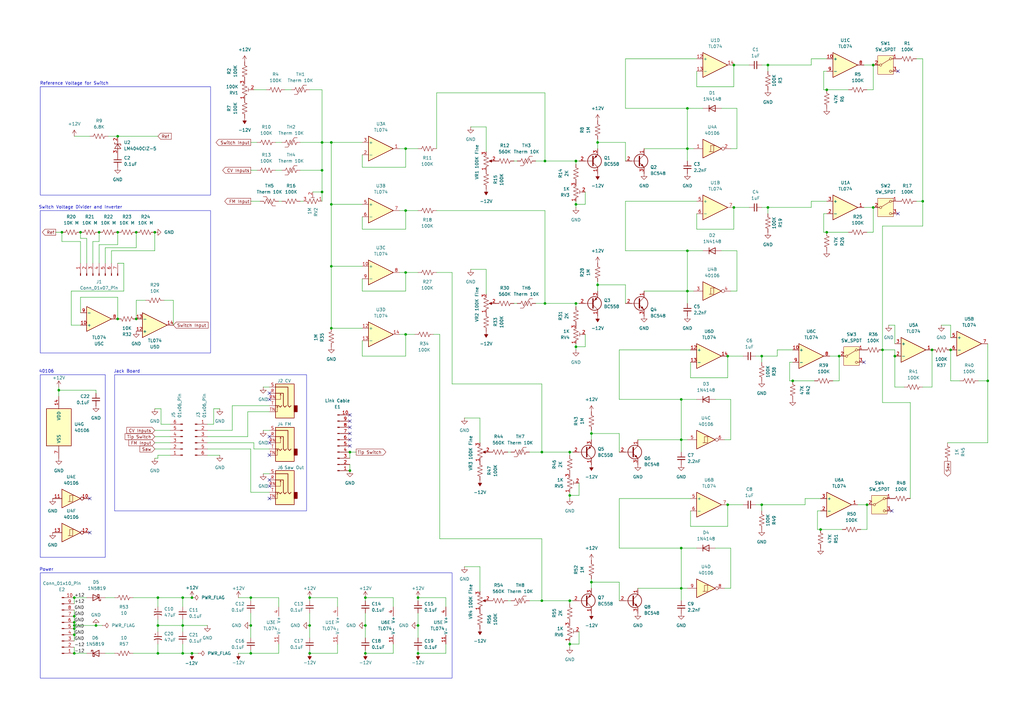
<source format=kicad_sch>
(kicad_sch (version 20250114) (generator "eeschema") (generator_version "9.0")
  (paper "A3")
  (title_block (title "Shape Shape Shape Shape VCO"))
  (rectangle (start 16.51 35.56) (end 86.36 80.01))
  (rectangle (start 16.51 153.67) (end 43.18 228.6))
  (rectangle (start 46.99 153.67) (end 125.73 209.55))
  (rectangle (start 16.51 86.36) (end 86.36 144.78))
  (rectangle (start 16.51 234.95) (end 185.42 278.13))
  (text "40106" (at 19.05 152.4 0) (effects (font (size 1.27 1.27))))
  (text "Reference Voltage for Switch" (at 30.48 34.29 0) (effects (font (size 1.27 1.27))))
  (text "Jack Board" (at 52.07 152.4 0) (effects (font (size 1.27 1.27))))
  (text "Switch Voltage Divider and Inverter" (at 33.02 85.09 0) (effects (font (size 1.27 1.27))))
  (text "Power" (at 19.05 233.68 0) (effects (font (size 1.27 1.27))))
  (junction (at 78.74 267.97))
  (junction (at 127 267.97))
  (junction (at 245.11 116.84))
  (junction (at 132.08 78.74))
  (junction (at 48.26 95.25))
  (junction (at 222.25 185.42))
  (junction (at 242.57 177.8))
  (junction (at 236.22 142.24))
  (junction (at 171.45 245.11))
  (junction (at 382.27 143.51))
  (junction (at 166.37 111.76))
  (junction (at 281.94 60.96))
  (junction (at 30.48 260.35))
  (junction (at 74.93 267.97))
  (junction (at 367.03 146.05))
  (junction (at 55.88 95.25))
  (junction (at 300.99 85.09))
  (junction (at 135.89 83.82))
  (junction (at 24.13 160.02))
  (junction (at 279.4 224.79))
  (junction (at 30.48 245.11))
  (junction (at 55.88 130.81))
  (junction (at 25.4 95.25))
  (junction (at 233.68 264.16))
  (junction (at 233.68 203.2))
  (junction (at 63.5 95.25))
  (junction (at 132.08 58.42))
  (junction (at 149.86 267.97))
  (junction (at 245.11 58.42))
  (junction (at 233.68 185.42))
  (junction (at 135.89 58.42))
  (junction (at 30.48 252.73))
  (junction (at 281.94 119.38))
  (junction (at 314.96 26.67))
  (junction (at 279.4 163.83))
  (junction (at 339.09 95.25))
  (junction (at 358.14 26.67))
  (junction (at 132.08 69.85))
  (junction (at 361.95 143.51))
  (junction (at 312.42 207.01))
  (junction (at 30.48 257.81))
  (junction (at 281.94 102.87))
  (junction (at 242.57 238.76))
  (junction (at 279.4 180.34))
  (junction (at 74.93 245.11))
  (junction (at 30.48 267.97))
  (junction (at 336.55 217.17))
  (junction (at 222.25 246.38))
  (junction (at 300.99 26.67))
  (junction (at 127 245.11))
  (junction (at 102.87 245.11))
  (junction (at 48.26 130.81))
  (junction (at 102.87 256.54))
  (junction (at 233.68 246.38))
  (junction (at 30.48 255.27))
  (junction (at 135.89 109.22))
  (junction (at 378.46 82.55))
  (junction (at 127 256.54))
  (junction (at 166.37 137.16))
  (junction (at 48.26 55.88))
  (junction (at 33.02 95.25))
  (junction (at 171.45 267.97))
  (junction (at 312.42 146.05))
  (junction (at 298.45 146.05))
  (junction (at 64.77 245.11))
  (junction (at 143.51 193.04))
  (junction (at 166.37 86.36))
  (junction (at 40.64 95.25))
  (junction (at 223.52 124.46))
  (junction (at 149.86 256.54))
  (junction (at 74.93 256.54))
  (junction (at 78.74 245.11))
  (junction (at 279.4 241.3))
  (junction (at 325.12 156.21))
  (junction (at 339.09 36.83))
  (junction (at 223.52 66.04))
  (junction (at 149.86 245.11))
  (junction (at 102.87 267.97))
  (junction (at 39.37 256.54))
  (junction (at 30.48 256.54))
  (junction (at 236.22 83.82))
  (junction (at 236.22 66.04))
  (junction (at 135.89 134.62))
  (junction (at 171.45 256.54))
  (junction (at 314.96 85.09))
  (junction (at 389.89 143.51))
  (junction (at 298.45 207.01))
  (junction (at 281.94 44.45))
  (junction (at 355.6 207.01))
  (junction (at 236.22 124.46))
  (junction (at 143.51 185.42))
  (junction (at 405.13 156.21))
  (junction (at 358.14 85.09))
  (junction (at 166.37 60.96))
  (junction (at 64.77 267.97))
  (junction (at 344.17 146.05))
  (junction (at 64.77 256.54))
  (no_connect (at 368.3 29.21))
  (no_connect (at 143.51 172.72))
  (no_connect (at 143.51 182.88))
  (no_connect (at 110.49 204.47))
  (no_connect (at 143.51 180.34))
  (no_connect (at 110.49 161.29))
  (no_connect (at 365.76 209.55))
  (no_connect (at 110.49 181.61))
  (no_connect (at 36.83 204.47))
  (no_connect (at 110.49 199.39))
  (no_connect (at 110.49 186.69))
  (no_connect (at 110.49 196.85))
  (no_connect (at 354.33 148.59))
  (no_connect (at 110.49 163.83))
  (no_connect (at 36.83 218.44))
  (no_connect (at 143.51 170.18))
  (no_connect (at 368.3 87.63))
  (no_connect (at 143.51 175.26))
  (no_connect (at 143.51 177.8))
  (no_connect (at 110.49 179.07))
  (wire (pts (xy 254 177.8) (xy 242.57 177.8)))
  (wire (pts (xy 283.21 204.47) (xy 254 204.47)))
  (wire (pts (xy 102.87 82.55) (xy 106.68 82.55)))
  (wire (pts (xy 97.79 245.11) (xy 102.87 245.11)))
  (wire (pts (xy 279.4 180.34) (xy 279.4 185.42)))
  (wire (pts (xy 237.49 198.12) (xy 237.49 203.2)))
  (wire (pts (xy 318.77 146.05) (xy 318.77 143.51)))
  (wire (pts (xy 285.75 35.56) (xy 300.99 35.56)))
  (wire (pts (xy 149.86 266.7) (xy 149.86 267.97)))
  (wire (pts (xy 199.39 52.07) (xy 199.39 62.23)))
  (wire (pts (xy 298.45 146.05) (xy 304.8 146.05)))
  (wire (pts (xy 299.72 60.96) (xy 302.26 60.96)))
  (wire (pts (xy 138.43 245.11) (xy 138.43 248.92)))
  (wire (pts (xy 240.03 78.74) (xy 240.03 83.82)))
  (wire (pts (xy 236.22 124.46) (xy 237.49 124.46)))
  (wire (pts (xy 132.08 58.42) (xy 123.19 58.42)))
  (wire (pts (xy 166.37 111.76) (xy 163.83 111.76)))
  (wire (pts (xy 148.59 63.5) (xy 148.59 68.58)))
  (wire (pts (xy 332.74 24.13) (xy 339.09 24.13)))
  (wire (pts (xy 240.03 137.16) (xy 240.03 142.24)))
  (wire (pts (xy 212.09 66.04) (xy 210.82 66.04)))
  (wire (pts (xy 355.6 217.17) (xy 355.6 207.01)))
  (wire (pts (xy 146.05 185.42) (xy 143.51 185.42)))
  (wire (pts (xy 279.4 180.34) (xy 281.94 180.34)))
  (wire (pts (xy 279.4 241.3) (xy 279.4 246.38)))
  (wire (pts (xy 135.89 58.42) (xy 148.59 58.42)))
  (wire (pts (xy 102.87 201.93) (xy 110.49 201.93)))
  (wire (pts (xy 185.42 111.76) (xy 185.42 157.48)))
  (wire (pts (xy 222.25 157.48) (xy 222.25 185.42)))
  (wire (pts (xy 337.82 95.25) (xy 339.09 95.25)))
  (wire (pts (xy 299.72 224.79) (xy 293.37 224.79)))
  (wire (pts (xy 102.87 184.15) (xy 102.87 201.93)))
  (wire (pts (xy 256.54 66.04) (xy 256.54 58.42)))
  (wire (pts (xy 179.07 111.76) (xy 185.42 111.76)))
  (wire (pts (xy 378.46 158.75) (xy 382.27 158.75)))
  (wire (pts (xy 283.21 148.59) (xy 283.21 154.94)))
  (wire (pts (xy 69.85 173.99) (xy 66.04 173.99)))
  (wire (pts (xy 300.99 35.56) (xy 300.99 26.67)))
  (wire (pts (xy 405.13 181.61) (xy 388.62 181.61)))
  (wire (pts (xy 355.6 95.25) (xy 358.14 95.25)))
  (wire (pts (xy 254 224.79) (xy 279.4 224.79)))
  (wire (pts (xy 389.89 138.43) (xy 389.89 133.35)))
  (wire (pts (xy 312.42 207.01) (xy 312.42 209.55)))
  (wire (pts (xy 102.87 245.11) (xy 114.3 245.11)))
  (wire (pts (xy 283.21 209.55) (xy 283.21 215.9)))
  (wire (pts (xy 24.13 160.02) (xy 24.13 162.56)))
  (wire (pts (xy 223.52 124.46) (xy 236.22 124.46)))
  (wire (pts (xy 309.88 146.05) (xy 312.42 146.05)))
  (wire (pts (xy 43.18 267.97) (xy 46.99 267.97)))
  (wire (pts (xy 242.57 238.76) (xy 242.57 241.3)))
  (wire (pts (xy 223.52 38.1) (xy 223.52 66.04)))
  (wire (pts (xy 378.46 24.13) (xy 378.46 82.55)))
  (wire (pts (xy 233.68 265.43) (xy 233.68 264.16)))
  (wire (pts (xy 389.89 143.51) (xy 389.89 156.21)))
  (wire (pts (xy 54.61 267.97) (xy 64.77 267.97)))
  (wire (pts (xy 63.5 184.15) (xy 69.85 184.15)))
  (wire (pts (xy 30.48 247.65) (xy 30.48 245.11)))
  (wire (pts (xy 39.37 256.54) (xy 41.91 256.54)))
  (wire (pts (xy 149.86 245.11) (xy 161.29 245.11)))
  (wire (pts (xy 33.02 97.79) (xy 33.02 95.25)))
  (wire (pts (xy 254 163.83) (xy 279.4 163.83)))
  (wire (pts (xy 166.37 60.96) (xy 163.83 60.96)))
  (wire (pts (xy 148.59 93.98) (xy 166.37 93.98)))
  (wire (pts (xy 101.6 179.07) (xy 101.6 168.91)))
  (wire (pts (xy 312.42 207.01) (xy 330.2 207.01)))
  (wire (pts (xy 171.45 267.97) (xy 182.88 267.97)))
  (wire (pts (xy 166.37 111.76) (xy 166.37 119.38)))
  (wire (pts (xy 43.18 101.6) (xy 43.18 107.95)))
  (wire (pts (xy 22.86 95.25) (xy 25.4 95.25)))
  (wire (pts (xy 104.14 184.15) (xy 110.49 184.15)))
  (wire (pts (xy 314.96 26.67) (xy 314.96 29.21)))
  (wire (pts (xy 30.48 262.89) (xy 30.48 260.35)))
  (wire (pts (xy 264.16 119.38) (xy 281.94 119.38)))
  (wire (pts (xy 299.72 163.83) (xy 293.37 163.83)))
  (wire (pts (xy 261.62 241.3) (xy 279.4 241.3)))
  (wire (pts (xy 63.5 95.25) (xy 63.5 102.87)))
  (wire (pts (xy 54.61 245.11) (xy 64.77 245.11)))
  (wire (pts (xy 63.5 187.96) (xy 64.77 187.96)))
  (wire (pts (xy 128.27 78.74) (xy 132.08 78.74)))
  (wire (pts (xy 63.5 179.07) (xy 69.85 179.07)))
  (wire (pts (xy 297.18 180.34) (xy 299.72 180.34)))
  (wire (pts (xy 30.48 260.35) (xy 30.48 257.81)))
  (wire (pts (xy 166.37 146.05) (xy 166.37 137.16)))
  (wire (pts (xy 193.04 110.49) (xy 199.39 110.49)))
  (wire (pts (xy 55.88 95.25) (xy 55.88 101.6)))
  (wire (pts (xy 256.54 82.55) (xy 256.54 102.87)))
  (wire (pts (xy 240.03 83.82) (xy 236.22 83.82)))
  (wire (pts (xy 389.89 133.35) (xy 386.08 133.35)))
  (wire (pts (xy 64.77 245.11) (xy 64.77 248.92)))
  (wire (pts (xy 74.93 256.54) (xy 85.09 256.54)))
  (wire (pts (xy 323.85 148.59) (xy 325.12 148.59)))
  (wire (pts (xy 242.57 237.49) (xy 242.57 238.76)))
  (wire (pts (xy 64.77 264.16) (xy 64.77 267.97)))
  (wire (pts (xy 180.34 137.16) (xy 177.8 137.16)))
  (wire (pts (xy 279.4 224.79) (xy 279.4 241.3)))
  (wire (pts (xy 24.13 158.75) (xy 24.13 160.02)))
  (wire (pts (xy 127 245.11) (xy 127 246.38)))
  (wire (pts (xy 256.54 102.87) (xy 281.94 102.87)))
  (wire (pts (xy 256.54 24.13) (xy 285.75 24.13)))
  (wire (pts (xy 64.77 187.96) (xy 64.77 186.69)))
  (wire (pts (xy 233.68 185.42) (xy 234.95 185.42)))
  (wire (pts (xy 171.45 86.36) (xy 166.37 86.36)))
  (wire (pts (xy 332.74 82.55) (xy 339.09 82.55)))
  (wire (pts (xy 288.29 102.87) (xy 281.94 102.87)))
  (wire (pts (xy 336.55 217.17) (xy 345.44 217.17)))
  (wire (pts (xy 171.45 111.76) (xy 166.37 111.76)))
  (wire (pts (xy 337.82 87.63) (xy 337.82 95.25)))
  (wire (pts (xy 332.74 85.09) (xy 332.74 82.55)))
  (wire (pts (xy 300.99 26.67) (xy 307.34 26.67)))
  (wire (pts (xy 256.54 24.13) (xy 256.54 44.45)))
  (wire (pts (xy 341.63 156.21) (xy 344.17 156.21)))
  (wire (pts (xy 64.77 245.11) (xy 74.93 245.11)))
  (wire (pts (xy 149.86 267.97) (xy 161.29 267.97)))
  (wire (pts (xy 74.93 254) (xy 74.93 256.54)))
  (wire (pts (xy 337.82 29.21) (xy 337.82 36.83)))
  (wire (pts (xy 237.49 259.08) (xy 237.49 264.16)))
  (wire (pts (xy 148.59 68.58) (xy 166.37 68.58)))
  (wire (pts (xy 127 256.54) (xy 127 261.62)))
  (wire (pts (xy 127 267.97) (xy 138.43 267.97)))
  (wire (pts (xy 339.09 95.25) (xy 347.98 95.25)))
  (wire (pts (xy 29.21 119.38) (xy 29.21 133.35)))
  (wire (pts (xy 39.37 161.29) (xy 39.37 160.02)))
  (wire (pts (xy 233.68 185.42) (xy 233.68 186.69)))
  (wire (pts (xy 193.04 52.07) (xy 199.39 52.07)))
  (wire (pts (xy 114.3 245.11) (xy 114.3 248.92)))
  (wire (pts (xy 63.5 167.64) (xy 66.04 167.64)))
  (wire (pts (xy 135.89 58.42) (xy 135.89 83.82)))
  (wire (pts (xy 114.3 267.97) (xy 114.3 264.16)))
  (wire (pts (xy 132.08 78.74) (xy 132.08 82.55)))
  (wire (pts (xy 59.69 123.19) (xy 55.88 123.19)))
  (wire (pts (xy 64.77 256.54) (xy 74.93 256.54)))
  (wire (pts (xy 48.26 121.92) (xy 48.26 130.81)))
  (wire (pts (xy 285.75 163.83) (xy 279.4 163.83)))
  (wire (pts (xy 180.34 137.16) (xy 180.34 220.98)))
  (wire (pts (xy 101.6 168.91) (xy 110.49 168.91)))
  (wire (pts (xy 95.25 166.37) (xy 95.25 176.53)))
  (wire (pts (xy 300.99 85.09) (xy 307.34 85.09)))
  (wire (pts (xy 344.17 146.05) (xy 340.36 146.05)))
  (wire (pts (xy 283.21 215.9) (xy 298.45 215.9)))
  (wire (pts (xy 95.25 176.53) (xy 85.09 176.53)))
  (wire (pts (xy 85.09 186.69) (xy 90.17 186.69)))
  (wire (pts (xy 254 246.38) (xy 254 238.76)))
  (wire (pts (xy 35.56 107.95) (xy 35.56 97.79)))
  (wire (pts (xy 48.26 95.25) (xy 48.26 100.33)))
  (wire (pts (xy 219.71 124.46) (xy 223.52 124.46)))
  (wire (pts (xy 102.87 256.54) (xy 102.87 261.62)))
  (wire (pts (xy 219.71 66.04) (xy 223.52 66.04)))
  (wire (pts (xy 55.88 123.19) (xy 55.88 130.81)))
  (wire (pts (xy 233.68 246.38) (xy 234.95 246.38)))
  (wire (pts (xy 179.07 60.96) (xy 179.07 38.1)))
  (wire (pts (xy 30.48 55.88) (xy 36.83 55.88)))
  (wire (pts (xy 222.25 220.98) (xy 222.25 246.38)))
  (wire (pts (xy 358.14 85.09) (xy 354.33 85.09)))
  (wire (pts (xy 161.29 245.11) (xy 161.29 248.92)))
  (wire (pts (xy 254 185.42) (xy 254 177.8)))
  (wire (pts (xy 123.19 69.85) (xy 132.08 69.85)))
  (wire (pts (xy 288.29 44.45) (xy 281.94 44.45)))
  (wire (pts (xy 281.94 60.96) (xy 281.94 66.04)))
  (wire (pts (xy 367.03 146.05) (xy 367.03 158.75)))
  (wire (pts (xy 33.02 107.95) (xy 33.02 99.06)))
  (wire (pts (xy 298.45 154.94) (xy 298.45 146.05)))
  (wire (pts (xy 285.75 87.63) (xy 285.75 93.98)))
  (wire (pts (xy 33.02 128.27) (xy 33.02 121.92)))
  (wire (pts (xy 135.89 134.62) (xy 148.59 134.62)))
  (wire (pts (xy 222.25 185.42) (xy 233.68 185.42)))
  (wire (pts (xy 148.59 119.38) (xy 166.37 119.38)))
  (wire (pts (xy 38.1 99.06) (xy 38.1 107.95)))
  (wire (pts (xy 40.64 100.33) (xy 48.26 100.33)))
  (wire (pts (xy 30.48 252.73) (xy 30.48 250.19)))
  (wire (pts (xy 104.14 181.61) (xy 104.14 184.15)))
  (wire (pts (xy 196.85 171.45) (xy 196.85 181.61)))
  (wire (pts (xy 237.49 264.16) (xy 233.68 264.16)))
  (wire (pts (xy 236.22 85.09) (xy 236.22 83.82)))
  (wire (pts (xy 148.59 146.05) (xy 166.37 146.05)))
  (wire (pts (xy 367.03 140.97) (xy 367.03 133.35)))
  (wire (pts (xy 367.03 143.51) (xy 367.03 146.05)))
  (wire (pts (xy 300.99 93.98) (xy 300.99 85.09)))
  (wire (pts (xy 358.14 26.67) (xy 354.33 26.67)))
  (wire (pts (xy 74.93 245.11) (xy 74.93 248.92)))
  (wire (pts (xy 179.07 86.36) (xy 223.52 86.36)))
  (wire (pts (xy 254 143.51) (xy 254 163.83)))
  (wire (pts (xy 166.37 86.36) (xy 166.37 93.98)))
  (wire (pts (xy 110.49 176.53) (xy 107.95 176.53)))
  (wire (pts (xy 135.89 109.22) (xy 148.59 109.22)))
  (wire (pts (xy 312.42 146.05) (xy 312.42 148.59)))
  (wire (pts (xy 48.26 55.88) (xy 64.77 55.88)))
  (wire (pts (xy 132.08 36.83) (xy 132.08 58.42)))
  (wire (pts (xy 190.5 171.45) (xy 196.85 171.45)))
  (wire (pts (xy 85.09 181.61) (xy 104.14 181.61)))
  (wire (pts (xy 127 36.83) (xy 132.08 36.83)))
  (wire (pts (xy 132.08 58.42) (xy 132.08 69.85)))
  (wire (pts (xy 171.45 251.46) (xy 171.45 256.54)))
  (wire (pts (xy 24.13 160.02) (xy 39.37 160.02)))
  (wire (pts (xy 344.17 156.21) (xy 344.17 146.05)))
  (wire (pts (xy 353.06 217.17) (xy 355.6 217.17)))
  (wire (pts (xy 50.8 107.95) (xy 50.8 119.38)))
  (wire (pts (xy 44.45 55.88) (xy 48.26 55.88)))
  (wire (pts (xy 302.26 44.45) (xy 295.91 44.45)))
  (wire (pts (xy 148.59 88.9) (xy 148.59 93.98)))
  (wire (pts (xy 245.11 57.15) (xy 245.11 58.42)))
  (wire (pts (xy 212.09 124.46) (xy 210.82 124.46)))
  (wire (pts (xy 256.54 82.55) (xy 285.75 82.55)))
  (wire (pts (xy 199.39 110.49) (xy 199.39 120.65)))
  (wire (pts (xy 222.25 246.38) (xy 233.68 246.38)))
  (wire (pts (xy 71.12 123.19) (xy 71.12 133.35)))
  (wire (pts (xy 233.68 264.16) (xy 233.68 262.89)))
  (wire (pts (xy 318.77 143.51) (xy 325.12 143.51)))
  (wire (pts (xy 30.48 255.27) (xy 30.48 252.73)))
  (wire (pts (xy 40.64 95.25) (xy 40.64 99.06)))
  (wire (pts (xy 30.48 256.54) (xy 39.37 256.54)))
  (wire (pts (xy 285.75 224.79) (xy 279.4 224.79)))
  (wire (pts (xy 127 266.7) (xy 127 267.97)))
  (wire (pts (xy 245.11 116.84) (xy 245.11 119.38)))
  (wire (pts (xy 182.88 267.97) (xy 182.88 264.16)))
  (wire (pts (xy 236.22 66.04) (xy 237.49 66.04)))
  (wire (pts (xy 337.82 36.83) (xy 339.09 36.83)))
  (wire (pts (xy 256.54 44.45) (xy 281.94 44.45)))
  (wire (pts (xy 325.12 156.21) (xy 334.01 156.21)))
  (wire (pts (xy 335.28 209.55) (xy 335.28 217.17)))
  (wire (pts (xy 102.87 58.42) (xy 105.41 58.42)))
  (wire (pts (xy 281.94 119.38) (xy 281.94 124.46)))
  (wire (pts (xy 116.84 36.83) (xy 119.38 36.83)))
  (wire (pts (xy 236.22 142.24) (xy 236.22 140.97)))
  (wire (pts (xy 78.74 267.97) (xy 81.28 267.97)))
  (wire (pts (xy 236.22 143.51) (xy 236.22 142.24)))
  (wire (pts (xy 209.55 185.42) (xy 208.28 185.42)))
  (wire (pts (xy 114.3 82.55) (xy 115.57 82.55)))
  (wire (pts (xy 74.93 264.16) (xy 74.93 267.97)))
  (wire (pts (xy 110.49 194.31) (xy 107.95 194.31)))
  (wire (pts (xy 236.22 66.04) (xy 236.22 67.31)))
  (wire (pts (xy 55.88 101.6) (xy 43.18 101.6)))
  (wire (pts (xy 30.48 256.54) (xy 30.48 257.81)))
  (wire (pts (xy 254 204.47) (xy 254 224.79)))
  (wire (pts (xy 261.62 180.34) (xy 279.4 180.34)))
  (wire (pts (xy 405.13 156.21) (xy 405.13 181.61)))
  (wire (pts (xy 373.38 204.47) (xy 373.38 165.1)))
  (wire (pts (xy 283.21 143.51) (xy 254 143.51)))
  (wire (pts (xy 110.49 166.37) (xy 95.25 166.37)))
  (wire (pts (xy 299.72 241.3) (xy 299.72 224.79)))
  (wire (pts (xy 185.42 157.48) (xy 222.25 157.48)))
  (wire (pts (xy 323.85 148.59) (xy 323.85 156.21)))
  (wire (pts (xy 355.6 207.01) (xy 351.79 207.01)))
  (wire (pts (xy 314.96 85.09) (xy 332.74 85.09)))
  (wire (pts (xy 361.95 165.1) (xy 361.95 143.51)))
  (wire (pts (xy 171.45 60.96) (xy 166.37 60.96)))
  (wire (pts (xy 382.27 158.75) (xy 382.27 143.51)))
  (wire (pts (xy 358.14 36.83) (xy 358.14 26.67)))
  (wire (pts (xy 102.87 266.7) (xy 102.87 267.97)))
  (wire (pts (xy 375.92 24.13) (xy 378.46 24.13)))
  (wire (pts (xy 281.94 102.87) (xy 281.94 119.38)))
  (wire (pts (xy 314.96 26.67) (xy 332.74 26.67)))
  (wire (pts (xy 323.85 156.21) (xy 325.12 156.21)))
  (wire (pts (xy 332.74 26.67) (xy 332.74 24.13)))
  (wire (pts (xy 297.18 241.3) (xy 299.72 241.3)))
  (wire (pts (xy 302.26 102.87) (xy 295.91 102.87)))
  (wire (pts (xy 196.85 232.41) (xy 196.85 242.57)))
  (wire (pts (xy 337.82 29.21) (xy 339.09 29.21)))
  (wire (pts (xy 97.79 267.97) (xy 102.87 267.97)))
  (wire (pts (xy 102.87 245.11) (xy 102.87 246.38)))
  (wire (pts (xy 283.21 154.94) (xy 298.45 154.94)))
  (wire (pts (xy 148.59 83.82) (xy 135.89 83.82)))
  (wire (pts (xy 217.17 185.42) (xy 222.25 185.42)))
  (wire (pts (xy 361.95 92.71) (xy 361.95 143.51)))
  (wire (pts (xy 40.64 99.06) (xy 38.1 99.06)))
  (wire (pts (xy 74.93 245.11) (xy 78.74 245.11)))
  (wire (pts (xy 256.54 58.42) (xy 245.11 58.42)))
  (wire (pts (xy 285.75 93.98) (xy 300.99 93.98)))
  (wire (pts (xy 337.82 87.63) (xy 339.09 87.63)))
  (wire (pts (xy 314.96 85.09) (xy 314.96 87.63)))
  (wire (pts (xy 87.63 167.64) (xy 90.17 167.64)))
  (wire (pts (xy 25.4 95.25) (xy 25.4 99.06)))
  (wire (pts (xy 245.11 115.57) (xy 245.11 116.84)))
  (wire (pts (xy 256.54 124.46) (xy 256.54 116.84)))
  (wire (pts (xy 256.54 116.84) (xy 245.11 116.84)))
  (wire (pts (xy 30.48 245.11) (xy 35.56 245.11)))
  (wire (pts (xy 279.4 163.83) (xy 279.4 180.34)))
  (wire (pts (xy 171.45 266.7) (xy 171.45 267.97)))
  (wire (pts (xy 138.43 267.97) (xy 138.43 264.16)))
  (wire (pts (xy 30.48 255.27) (xy 30.48 256.54)))
  (wire (pts (xy 190.5 232.41) (xy 196.85 232.41)))
  (wire (pts (xy 135.89 109.22) (xy 135.89 134.62)))
  (wire (pts (xy 113.03 69.85) (xy 115.57 69.85)))
  (wire (pts (xy 223.52 66.04) (xy 236.22 66.04)))
  (wire (pts (xy 74.93 256.54) (xy 74.93 259.08)))
  (wire (pts (xy 180.34 220.98) (xy 222.25 220.98)))
  (wire (pts (xy 233.68 203.2) (xy 233.68 201.93)))
  (wire (pts (xy 127 245.11) (xy 138.43 245.11)))
  (wire (pts (xy 217.17 246.38) (xy 222.25 246.38)))
  (wire (pts (xy 375.92 82.55) (xy 378.46 82.55)))
  (wire (pts (xy 312.42 26.67) (xy 314.96 26.67)))
  (wire (pts (xy 67.31 123.19) (xy 71.12 123.19)))
  (wire (pts (xy 236.22 124.46) (xy 236.22 125.73)))
  (wire (pts (xy 135.89 83.82) (xy 135.89 109.22)))
  (wire (pts (xy 182.88 245.11) (xy 182.88 248.92)))
  (wire (pts (xy 254 238.76) (xy 242.57 238.76)))
  (wire (pts (xy 236.22 83.82) (xy 236.22 82.55)))
  (wire (pts (xy 373.38 165.1) (xy 361.95 165.1)))
  (wire (pts (xy 113.03 58.42) (xy 115.57 58.42)))
  (wire (pts (xy 29.21 119.38) (xy 50.8 119.38)))
  (wire (pts (xy 25.4 99.06) (xy 33.02 99.06)))
  (wire (pts (xy 330.2 204.47) (xy 336.55 204.47)))
  (wire (pts (xy 335.28 217.17) (xy 336.55 217.17)))
  (wire (pts (xy 29.21 133.35) (xy 33.02 133.35)))
  (wire (pts (xy 233.68 246.38) (xy 233.68 247.65)))
  (wire (pts (xy 149.86 245.11) (xy 149.86 246.38)))
  (wire (pts (xy 264.16 60.96) (xy 281.94 60.96)))
  (wire (pts (xy 149.86 256.54) (xy 149.86 261.62)))
  (wire (pts (xy 132.08 69.85) (xy 132.08 78.74)))
  (wire (pts (xy 66.04 167.64) (xy 66.04 173.99)))
  (wire (pts (xy 302.26 60.96) (xy 302.26 44.45)))
  (wire (pts (xy 309.88 207.01) (xy 312.42 207.01)))
  (wire (pts (xy 166.37 137.16) (xy 170.18 137.16)))
  (wire (pts (xy 335.28 209.55) (xy 336.55 209.55)))
  (wire (pts (xy 279.4 241.3) (xy 281.94 241.3)))
  (wire (pts (xy 35.56 97.79) (xy 33.02 97.79)))
  (wire (pts (xy 405.13 156.21) (xy 405.13 140.97)))
  (wire (pts (xy 298.45 215.9) (xy 298.45 207.01)))
  (wire (pts (xy 45.72 102.87) (xy 63.5 102.87)))
  (wire (pts (xy 223.52 86.36) (xy 223.52 124.46)))
  (wire (pts (xy 166.37 86.36) (xy 163.83 86.36)))
  (wire (pts (xy 245.11 58.42) (xy 245.11 60.96)))
  (wire (pts (xy 367.03 158.75) (xy 370.84 158.75)))
  (wire (pts (xy 148.59 114.3) (xy 148.59 119.38)))
  (wire (pts (xy 298.45 207.01) (xy 304.8 207.01)))
  (wire (pts (xy 104.14 36.83) (xy 109.22 36.83)))
  (wire (pts (xy 242.57 176.53) (xy 242.57 177.8)))
  (wire (pts (xy 45.72 107.95) (xy 45.72 102.87)))
  (wire (pts (xy 64.77 267.97) (xy 74.93 267.97)))
  (wire (pts (xy 179.07 38.1) (xy 223.52 38.1)))
  (wire (pts (xy 171.45 256.54) (xy 171.45 261.62)))
  (wire (pts (xy 312.42 85.09) (xy 314.96 85.09)))
  (wire (pts (xy 378.46 92.71) (xy 361.95 92.71)))
  (wire (pts (xy 30.48 267.97) (xy 30.48 265.43)))
  (wire (pts (xy 166.37 137.16) (xy 163.83 137.16)))
  (wire (pts (xy 367.03 133.35) (xy 364.49 133.35)))
  (wire (pts (xy 63.5 176.53) (xy 69.85 176.53)))
  (wire (pts (xy 102.87 69.85) (xy 105.41 69.85)))
  (wire (pts (xy 401.32 156.21) (xy 405.13 156.21)))
  (wire (pts (xy 102.87 251.46) (xy 102.87 256.54)))
  (wire (pts (xy 389.89 156.21) (xy 393.7 156.21)))
  (wire (pts (xy 33.02 121.92) (xy 48.26 121.92)))
  (wire (pts (xy 64.77 256.54) (xy 64.77 259.08)))
  (wire (pts (xy 40.64 107.95) (xy 40.64 100.33)))
  (wire (pts (xy 299.72 119.38) (xy 302.26 119.38)))
  (wire (pts (xy 85.09 179.07) (xy 101.6 179.07)))
  (wire (pts (xy 281.94 60.96) (xy 284.48 60.96)))
  (wire (pts (xy 339.09 36.83) (xy 347.98 36.83)))
  (wire (pts (xy 233.68 204.47) (xy 233.68 203.2)))
  (wire (pts (xy 161.29 267.97) (xy 161.29 264.16)))
  (wire (pts (xy 355.6 36.83) (xy 358.14 36.83)))
  (wire (pts (xy 166.37 68.58) (xy 166.37 60.96)))
  (wire (pts (xy 123.19 82.55) (xy 124.46 82.55)))
  (wire (pts (xy 143.51 185.42) (xy 143.51 187.96)))
  (wire (pts (xy 132.08 58.42) (xy 135.89 58.42)))
  (wire (pts (xy 85.09 173.99) (xy 87.63 173.99)))
  (wire (pts (xy 171.45 245.11) (xy 171.45 246.38)))
  (wire (pts (xy 242.57 177.8) (xy 242.57 180.34)))
  (wire (pts (xy 240.03 142.24) (xy 236.22 142.24)))
  (wire (pts (xy 149.86 251.46) (xy 149.86 256.54)))
  (wire (pts (xy 110.49 158.75) (xy 107.95 158.75)))
  (wire (pts (xy 127 251.46) (xy 127 256.54)))
  (wire (pts (xy 171.45 245.11) (xy 182.88 245.11)))
  (wire (pts (xy 143.51 190.5) (xy 143.51 193.04)))
  (wire (pts (xy 48.26 107.95) (xy 50.8 107.95)))
  (wire (pts (xy 74.93 267.97) (xy 78.74 267.97)))
  (wire (pts (xy 302.26 119.38) (xy 302.26 102.87)))
  (wire (pts (xy 102.87 267.97) (xy 114.3 267.97)))
  (wire (pts (xy 237.49 203.2) (xy 233.68 203.2)))
  (wire (pts (xy 64.77 254) (xy 64.77 256.54)))
  (wire (pts (xy 148.59 139.7) (xy 148.59 146.05)))
  (wire (pts (xy 281.94 44.45) (xy 281.94 60.96)))
  (wire (pts (xy 63.5 181.61) (xy 69.85 181.61)))
  (wire (pts (xy 285.75 29.21) (xy 285.75 35.56)))
  (wire (pts (xy 64.77 186.69) (xy 69.85 186.69)))
  (wire (pts (xy 43.18 245.11) (xy 46.99 245.11)))
  (wire (pts (xy 209.55 246.38) (xy 208.28 246.38)))
  (wire (pts (xy 378.46 82.55) (xy 378.46 92.71)))
  (wire (pts (xy 330.2 207.01) (xy 330.2 204.47)))
  (wire (pts (xy 361.95 143.51) (xy 367.03 143.51)))
  (wire (pts (xy 281.94 119.38) (xy 284.48 119.38)))
  (wire (pts (xy 312.42 146.05) (xy 318.77 146.05)))
  (wire (pts (xy 299.72 180.34) (xy 299.72 163.83)))
  (wire (pts (xy 358.14 95.25) (xy 358.14 85.09)))
  (wire (pts (xy 85.09 184.15) (xy 102.87 184.15)))
  (wire (pts (xy 87.63 167.64) (xy 87.63 173.99)))
  (wire (pts (xy 30.48 267.97) (xy 35.56 267.97)))
  (label "+12" (at 30.48 245.11 0))
  (label "-12" (at 30.48 265.43 0))
  (label "GND" (at 30.48 260.35 0))
  (label "-12" (at 30.48 267.97 0))
  (label "GND" (at 30.48 255.27 0))
  (label "GND" (at 30.48 257.81 0))
  (label "GND" (at 30.48 252.73 0))
  (label "GND" (at 30.48 262.89 0))
  (label "GND" (at 30.48 250.19 0))
  (label "+12" (at 30.48 247.65 0))
  (global_label "Saw" (shape input) (at 63.5 184.15 180) (property "Intersheetrefs" "${INTERSHEET_REFS}" (effects (hide yes))))
  (global_label "Tip Switch" (shape output) (at 146.05 185.42 0) (property "Intersheetrefs" "${INTERSHEET_REFS}" (effects (hide yes))))
  (global_label "Ref" (shape input) (at 64.77 55.88 0) (property "Intersheetrefs" "${INTERSHEET_REFS}" (effects (hide yes))))
  (global_label "FM Input" (shape input) (at 63.5 181.61 180) (property "Intersheetrefs" "${INTERSHEET_REFS}" (effects (hide yes))))
  (global_label "Tip Switch" (shape input) (at 63.5 179.07 180) (property "Intersheetrefs" "${INTERSHEET_REFS}" (effects (hide yes))))
  (global_label "Switch Input" (shape output) (at 102.87 58.42 180) (property "Intersheetrefs" "${INTERSHEET_REFS}" (effects (hide yes))))
  (global_label "Saw" (shape output) (at 388.62 189.23 270) (property "Intersheetrefs" "${INTERSHEET_REFS}" (effects (hide yes))))
  (global_label "CV Inputs" (shape output) (at 102.87 69.85 180) (property "Intersheetrefs" "${INTERSHEET_REFS}" (effects (hide yes))))
  (global_label "FM Input" (shape output) (at 102.87 82.55 180) (property "Intersheetrefs" "${INTERSHEET_REFS}" (effects (hide yes))))
  (global_label "CV Inputs" (shape input) (at 63.5 176.53 180) (property "Intersheetrefs" "${INTERSHEET_REFS}" (effects (hide yes))))
  (global_label "Ref" (shape output) (at 22.86 95.25 180) (property "Intersheetrefs" "${INTERSHEET_REFS}" (effects (hide yes))))
  (global_label "Switch Input" (shape input) (at 71.12 133.35 0) (property "Intersheetrefs" "${INTERSHEET_REFS}" (effects (hide yes))))
  (symbol (lib_id "Device:C_Small") (at 171.45 264.16 0) (unit 1)
    (property "Reference" "C19" (at 173.99 262.8962 0) (effects (justify left)))
    (property "Value" "0.1uF" (at 173.99 265.4362 0) (effects (justify left)))
    (property "Footprint" "AO_tht:C_Disc_D3.0mm_W1.6mm_P2.50mm" (effects (hide yes)))
    (property "Description" "Unpolarized capacitor, small symbol" (effects (hide yes)))
  )
  (symbol (lib_id "Device:R_US") (at 314.96 91.44 0) (unit 1)
    (property "Reference" "R19" (at 320.04 91.44 90))
    (property "Value" "100K" (at 317.5 91.44 90))
    (property "Footprint" "AO_tht:R_Axial_DIN0207_L6.3mm_D2.5mm_P10.16mm_Horizontal" (effects (hide yes)))
    (property "Description" "Resistor, US symbol" (effects (hide yes)))
  )
  (symbol (lib_id "Device:C_Small") (at 279.4 248.92 0) (unit 1)
    (property "Reference" "C9" (at 281.94 247.6562 0) (effects (justify left)))
    (property "Value" "2.2nF" (at 281.94 250.1962 0) (effects (justify left)))
    (property "Footprint" "Capacitor_THT:C_Rect_L7.0mm_W2.5mm_P5.00mm" (effects (hide yes)))
    (property "Description" "Unpolarized capacitor, small symbol" (effects (hide yes)))
  )
  (symbol (lib_id "Device:R_US") (at 196.85 193.04 180) (unit 1)
    (property "Reference" "R47" (at 200.66 193.04 90))
    (property "Value" "100K" (at 203.2 193.04 90))
    (property "Footprint" "AO_tht:R_Axial_DIN0207_L6.3mm_D2.5mm_P10.16mm_Horizontal" (effects (hide yes)))
    (property "Description" "Resistor, US symbol" (effects (hide yes)))
  )
  (symbol (lib_id "Device:R_US") (at 386.08 143.51 90) (mirror x) (unit 1)
    (property "Reference" "R37" (at 386.08 149.86 90))
    (property "Value" "100K" (at 386.08 147.32 90))
    (property "Footprint" "AO_tht:R_Axial_DIN0207_L6.3mm_D2.5mm_P10.16mm_Horizontal" (effects (hide yes)))
    (property "Description" "Resistor, US symbol" (effects (hide yes)))
  )
  (symbol (lib_id "power:GND") (at 339.09 102.87 0) (unit 1)
    (property "Reference" "#PWR016" (effects (hide yes)))
    (property "Value" "GND" (effects (hide yes)))
    (property "Description" "Power symbol creates a global label with name \"GND\" , ground" (effects (hide yes)))
  )
  (symbol (lib_id "power:GND") (at 261.62 190.5 0) (unit 1)
    (property "Reference" "#PWR041" (effects (hide yes)))
    (property "Value" "GND" (at 261.62 195.58 0))
    (property "Description" "Power symbol creates a global label with name \"GND\" , ground" (effects (hide yes)))
  )
  (symbol (lib_id "Device:R_US") (at 52.07 130.81 90) (mirror x) (unit 1)
    (property "Reference" "R32" (at 52.07 137.16 90))
    (property "Value" "10K" (at 52.07 134.62 90))
    (property "Footprint" "AO_tht:R_Axial_DIN0207_L6.3mm_D2.5mm_P10.16mm_Horizontal" (effects (hide yes)))
    (property "Description" "Resistor, US symbol" (effects (hide yes)))
  )
  (symbol (lib_id "Device:R_US") (at 397.51 156.21 90) (unit 1)
    (property "Reference" "R40" (at 397.51 149.86 90))
    (property "Value" "100K" (at 397.51 152.4 90))
    (property "Footprint" "AO_tht:R_Axial_DIN0207_L6.3mm_D2.5mm_P10.16mm_Horizontal" (effects (hide yes)))
    (property "Description" "Resistor, US symbol" (effects (hide yes)))
  )
  (symbol (lib_id "Connector_Audio:AudioJack3_SwitchTR") (at 115.57 196.85 0) (mirror y) (unit 1)
    (property "Reference" "J6" (at 114.935 191.77 0))
    (property "Value" "Saw Out" (at 120.65 191.77 0))
    (property "Footprint" "AO_tht:Jack_6.35mm_PJ_629HAN" (effects (hide yes)))
    (property "Description" "Audio Jack, 3 Poles (Stereo / TRS), Switched TR Poles (Normalling)" (effects (hide yes)))
  )
  (symbol (lib_id "Device:R_Potentiometer_Trim_US") (at 100.33 36.83 0) (mirror x) (unit 1)
    (property "Reference" "RV1" (at 97.79 38.1001 0) (effects (justify right)))
    (property "Value" "100K" (at 97.79 35.5601 0) (effects (justify right)))
    (property "Footprint" "AO_tht:Potentiometer_Bourns_3296W_Vertical" (effects (hide yes)))
    (property "Description" "Trim-potentiometer, US symbol" (effects (hide yes)))
  )
  (symbol (lib_id "Amplifier_Operational:TL074") (at 163.83 256.54 0) (unit 5)
    (property "Reference" "U6" (at 156.21 255.27 0) (effects (justify left)))
    (property "Value" "TL074" (at 154.94 257.81 0) (effects (justify left)))
    (property "Datasheet" "http://www.ti.com/lit/ds/symlink/tl071.pdf" (effects (hide yes)))
    (property "Description" "Quad Low-Noise JFET-Input Operational Amplifiers, DIP-14/SOIC-14" (effects (hide yes)))
  )
  (symbol (lib_id "power:+12V") (at 97.79 245.11 0) (unit 1)
    (property "Reference" "#PWR054" (effects (hide yes)))
    (property "Value" "+12V" (at 97.79 241.3 0))
    (property "Description" "Power symbol creates a global label with name \"+12V\"" (effects (hide yes)))
  )
  (symbol (lib_id "Device:Thermistor_US") (at 213.36 185.42 90) (unit 1)
    (property "Reference" "TH7" (at 213.36 179.07 90))
    (property "Value" "Therm 10K" (at 213.36 181.61 90))
    (property "Footprint" "AO_tht:R_Axial_DIN0207_L6.3mm_D2.5mm_P2.54mm_Vertical" (effects (hide yes)))
    (property "Description" "Thermistor, temperature dependent resistor, US symbol" (effects (hide yes)))
  )
  (symbol (lib_id "power:-12V") (at 245.11 71.12 180) (unit 1)
    (property "Reference" "#PWR09" (effects (hide yes)))
    (property "Value" "-12V" (at 245.11 76.2 0))
    (property "Description" "Power symbol creates a global label with name \"-12V\"" (effects (hide yes)))
  )
  (symbol (lib_id "Device:R_US") (at 312.42 152.4 0) (unit 1)
    (property "Reference" "R38" (at 317.5 152.4 90))
    (property "Value" "100K" (at 314.96 152.4 90))
    (property "Footprint" "AO_tht:R_Axial_DIN0207_L6.3mm_D2.5mm_P10.16mm_Horizontal" (effects (hide yes)))
    (property "Description" "Resistor, US symbol" (effects (hide yes)))
  )
  (symbol (lib_id "Connector:Conn_01x10_Pin") (at 138.43 182.88 0) (mirror x) (unit 1)
    (property "Reference" "E1" (at 138.43 166.878 0))
    (property "Value" "Link Cable" (at 138.43 164.338 0))
    (property "Footprint" "4ms_Connector:Pins_2x05_2.54mm_TH_EurorackPower_Shrouded" (effects (hide yes)))
    (property "Description" "Generic connector, single row, 01x10, script generated" (effects (hide yes)))
  )
  (symbol (lib_id "Device:R_US") (at 336.55 220.98 0) (unit 1)
    (property "Reference" "R51" (at 342.9 220.98 90))
    (property "Value" "47K" (at 340.36 220.98 90))
    (property "Footprint" "AO_tht:R_Axial_DIN0207_L6.3mm_D2.5mm_P10.16mm_Horizontal" (effects (hide yes)))
    (property "Description" "Resistor, US symbol" (effects (hide yes)))
  )
  (symbol (lib_id "4xxx:40106") (at 29.21 218.44 0) (unit 6)
    (property "Reference" "U4" (at 29.21 209.55 0))
    (property "Value" "40106" (at 29.21 212.09 0))
    (property "Footprint" "Package_DIP:DIP-14_W7.62mm_LongPads" (effects (hide yes)))
    (property "Datasheet" "https://assets.nexperia.com/documents/data-sheet/HEF40106B.pdf" (effects (hide yes)))
    (property "Description" "Hex Schmitt trigger inverter" (effects (hide yes)))
  )
  (symbol (lib_id "Diode:1N4148") (at 292.1 102.87 0) (mirror x) (unit 1)
    (property "Reference" "D2" (at 292.1 96.52 0))
    (property "Value" "1N4148" (at 292.1 99.06 0))
    (property "Footprint" "Diode_THT:D_DO-35_SOD27_P7.62mm_Horizontal" (effects (hide yes)))
    (property "Datasheet" "https://assets.nexperia.com/documents/data-sheet/1N4148_1N4448.pdf" (effects (hide yes)))
    (property "Description" "100V 0.15A standard switching diode, DO-35" (effects (hide yes)))
    (property "Sim.Device" "D" (effects (hide yes)))
    (property "Sim.Pins" "1=K 2=A" (effects (hide yes)))
  )
  (symbol (lib_id "Device:R_Potentiometer_Trim_US") (at 128.27 82.55 270) (mirror x) (unit 1)
    (property "Reference" "RV2" (at 129.5401 85.09 0) (effects (justify right)))
    (property "Value" "1M" (at 127.0001 85.09 0) (effects (justify right)))
    (property "Footprint" "AO_tht:Potentiometer_Bourns_3296W_Vertical" (effects (hide yes)))
    (property "Description" "Trim-potentiometer, US symbol" (effects (hide yes)))
  )
  (symbol (lib_id "Device:Thermistor_US") (at 123.19 36.83 90) (unit 1)
    (property "Reference" "TH1" (at 123.19 30.48 90))
    (property "Value" "Therm 10K" (at 123.19 33.02 90))
    (property "Footprint" "AO_tht:R_Axial_DIN0207_L6.3mm_D2.5mm_P2.54mm_Vertical" (effects (hide yes)))
    (property "Description" "Thermistor, temperature dependent resistor, US symbol" (effects (hide yes)))
  )
  (symbol (lib_id "power:-12V") (at 199.39 77.47 180) (unit 1)
    (property "Reference" "#PWR012" (effects (hide yes)))
    (property "Value" "-12V" (at 199.39 82.55 0))
    (property "Description" "Power symbol creates a global label with name \"-12V\"" (effects (hide yes)))
  )
  (symbol (lib_id "power:-12V") (at 199.39 135.89 180) (unit 1)
    (property "Reference" "#PWR025" (effects (hide yes)))
    (property "Value" "-12V" (at 199.39 140.97 0))
    (property "Description" "Power symbol creates a global label with name \"-12V\"" (effects (hide yes)))
  )
  (symbol (lib_id "Device:R_US") (at 135.89 138.43 0) (mirror x) (unit 1)
    (property "Reference" "R35" (at 132.08 138.43 90))
    (property "Value" "1M" (at 129.54 138.43 90))
    (property "Footprint" "AO_tht:R_Axial_DIN0207_L6.3mm_D2.5mm_P10.16mm_Horizontal" (effects (hide yes)))
    (property "Description" "Resistor, US symbol" (effects (hide yes)))
  )
  (symbol (lib_id "Amplifier_Operational:TL074") (at 397.51 140.97 0) (unit 2)
    (property "Reference" "U5" (at 397.51 130.81 0))
    (property "Value" "TL074" (at 397.51 133.35 0))
    (property "Footprint" "AO_tht:DIP-14_W7.62mm_Socket_LongPads" (effects (hide yes)))
    (property "Datasheet" "http://www.ti.com/lit/ds/symlink/tl071.pdf" (effects (hide yes)))
    (property "Description" "Quad Low-Noise JFET-Input Operational Amplifiers, DIP-14/SOIC-14" (effects (hide yes)))
  )
  (symbol (lib_id "Device:Thermistor_US") (at 119.38 58.42 90) (unit 1)
    (property "Reference" "TH2" (at 119.38 52.07 90))
    (property "Value" "Therm 10K" (at 119.38 54.61 90))
    (property "Footprint" "AO_tht:R_Axial_DIN0207_L6.3mm_D2.5mm_P2.54mm_Vertical" (effects (hide yes)))
    (property "Description" "Thermistor, temperature dependent resistor, US symbol" (effects (hide yes)))
  )
  (symbol (lib_id "Device:R_US") (at 29.21 95.25 90) (unit 1)
    (property "Reference" "R20" (at 29.21 88.9 90))
    (property "Value" "10K M" (at 29.21 91.44 90))
    (property "Footprint" "AO_tht:R_Axial_DIN0207_L6.3mm_D2.5mm_P10.16mm_Horizontal" (effects (hide yes)))
    (property "Description" "Resistor, US symbol" (effects (hide yes)))
  )
  (symbol (lib_id "power:GND") (at 190.5 232.41 0) (unit 1)
    (property "Reference" "#PWR052" (effects (hide yes)))
    (property "Value" "GND" (at 190.5 237.49 0))
    (property "Description" "Power symbol creates a global label with name \"GND\" , ground" (effects (hide yes)))
  )
  (symbol (lib_id "Connector:Conn_01x06_Pin") (at 80.01 179.07 0) (unit 1)
    (property "Reference" "J3" (at 81.28 170.18 90))
    (property "Value" "01x06_Pin" (at 83.82 166.37 90))
    (property "Footprint" "AO_tht:PinHeader_1x06_P2.54mm_Vertical_Centered" (effects (hide yes)))
    (property "Description" "Generic connector, single row, 01x06, script generated" (effects (hide yes)))
  )
  (symbol (lib_id "power:-12V") (at 149.86 267.97 180) (unit 1)
    (property "Reference" "#PWR070" (effects (hide yes)))
    (property "Value" "-12V" (at 149.86 271.78 0))
    (property "Description" "Power symbol creates a global label with name \"-12V\"" (effects (hide yes)))
  )
  (symbol (lib_id "Device:R_US") (at 175.26 60.96 90) (unit 1)
    (property "Reference" "R11" (at 175.26 64.77 90))
    (property "Value" "100K" (at 175.26 67.31 90))
    (property "Footprint" "AO_tht:R_Axial_DIN0207_L6.3mm_D2.5mm_P10.16mm_Horizontal" (effects (hide yes)))
    (property "Description" "Resistor, US symbol" (effects (hide yes)))
  )
  (symbol (lib_id "power:GND") (at 314.96 36.83 0) (unit 1)
    (property "Reference" "#PWR02" (effects (hide yes)))
    (property "Value" "GND" (at 314.96 41.91 0))
    (property "Description" "Power symbol creates a global label with name \"GND\" , ground" (effects (hide yes)))
  )
  (symbol (lib_id "power:PWR_FLAG") (at 81.28 267.97 270) (mirror x) (unit 1)
    (property "Reference" "#FLG03" (effects (hide yes)))
    (property "Value" "PWR_FLAG" (at 85.09 267.9701 90) (effects (justify left)))
    (property "Description" "Special symbol for telling ERC where power comes from" (effects (hide yes)))
  )
  (symbol (lib_id "Device:R_US") (at 242.57 172.72 180) (unit 1)
    (property "Reference" "R43" (at 236.22 172.72 90))
    (property "Value" "1M" (at 238.76 172.72 90))
    (property "Footprint" "AO_tht:R_Axial_DIN0207_L6.3mm_D2.5mm_P10.16mm_Horizontal" (effects (hide yes)))
    (property "Description" "Resistor, US symbol" (effects (hide yes)))
  )
  (symbol (lib_id "power:GND") (at 312.42 217.17 0) (unit 1)
    (property "Reference" "#PWR048" (effects (hide yes)))
    (property "Value" "GND" (at 312.42 222.25 0))
    (property "Description" "Power symbol creates a global label with name \"GND\" , ground" (effects (hide yes)))
  )
  (symbol (lib_id "Device:C_Small") (at 281.94 127 0) (unit 1)
    (property "Reference" "C5" (at 284.48 125.7362 0) (effects (justify left)))
    (property "Value" "2.2nF" (at 284.48 128.2762 0) (effects (justify left)))
    (property "Footprint" "Capacitor_THT:C_Rect_L7.0mm_W2.5mm_P5.00mm" (effects (hide yes)))
    (property "Description" "Unpolarized capacitor, small symbol" (effects (hide yes)))
  )
  (symbol (lib_id "power:GND") (at 48.26 68.58 0) (unit 1)
    (property "Reference" "#PWR08" (effects (hide yes)))
    (property "Value" "GND" (at 48.26 73.66 0))
    (property "Description" "Power symbol creates a global label with name \"GND\" , ground" (effects (hide yes)))
  )
  (symbol (lib_id "Amplifier_Operational:TL074") (at 40.64 130.81 0) (mirror x) (unit 3)
    (property "Reference" "U5" (at 40.64 140.97 0))
    (property "Value" "TL074" (at 40.64 138.43 0))
    (property "Footprint" "AO_tht:DIP-14_W7.62mm_Socket_LongPads" (effects (hide yes)))
    (property "Datasheet" "http://www.ti.com/lit/ds/symlink/tl071.pdf" (effects (hide yes)))
    (property "Description" "Quad Low-Noise JFET-Input Operational Amplifiers, DIP-14/SOIC-14" (effects (hide yes)))
  )
  (symbol (lib_id "Amplifier_Operational:TL074") (at 156.21 111.76 0) (unit 3)
    (property "Reference" "U3" (at 156.21 101.6 0))
    (property "Value" "TL074" (at 156.21 104.14 0))
    (property "Footprint" "AO_tht:DIP-14_W7.62mm_Socket_LongPads" (effects (hide yes)))
    (property "Datasheet" "http://www.ti.com/lit/ds/symlink/tl071.pdf" (effects (hide yes)))
    (property "Description" "Quad Low-Noise JFET-Input Operational Amplifiers, DIP-14/SOIC-14" (effects (hide yes)))
  )
  (symbol (lib_id "Device:C_Small") (at 149.86 248.92 0) (unit 1)
    (property "Reference" "C14" (at 152.4 247.6562 0) (effects (justify left)))
    (property "Value" "0.1uF" (at 152.4 250.1962 0) (effects (justify left)))
    (property "Footprint" "AO_tht:C_Disc_D3.0mm_W1.6mm_P2.50mm" (effects (hide yes)))
    (property "Description" "Unpolarized capacitor, small symbol" (effects (hide yes)))
  )
  (symbol (lib_id "Amplifier_Operational:TL074") (at 293.37 85.09 0) (unit 2)
    (property "Reference" "U1" (at 293.37 74.93 0))
    (property "Value" "TL074" (at 293.37 77.47 0))
    (property "Footprint" "AO_tht:DIP-14_W7.62mm_Socket_LongPads" (effects (hide yes)))
    (property "Datasheet" "http://www.ti.com/lit/ds/symlink/tl071.pdf" (effects (hide yes)))
    (property "Description" "Quad Low-Noise JFET-Input Operational Amplifiers, DIP-14/SOIC-14" (effects (hide yes)))
  )
  (symbol (lib_id "power:GND") (at 102.87 256.54 270) (unit 1)
    (property "Reference" "#PWR072" (effects (hide yes)))
    (property "Value" "GND" (at 99.06 256.5399 90) (effects (justify right)))
    (property "Description" "Power symbol creates a global label with name \"GND\" , ground" (effects (hide yes)))
  )
  (symbol (lib_id "Device:R_US") (at 325.12 160.02 0) (unit 1)
    (property "Reference" "R42" (at 331.47 160.02 90))
    (property "Value" "47K" (at 328.93 160.02 90))
    (property "Footprint" "AO_tht:R_Axial_DIN0207_L6.3mm_D2.5mm_P10.16mm_Horizontal" (effects (hide yes)))
    (property "Description" "Resistor, US symbol" (effects (hide yes)))
  )
  (symbol (lib_id "power:GND") (at 281.94 71.12 0) (unit 1)
    (property "Reference" "#PWR011" (effects (hide yes)))
    (property "Value" "GND" (at 281.94 76.2 0))
    (property "Description" "Power symbol creates a global label with name \"GND\" , ground" (effects (hide yes)))
  )
  (symbol (lib_id "Device:C_Small") (at 102.87 264.16 0) (mirror y) (unit 1)
    (property "Reference" "C16" (at 100.33 262.8962 0) (effects (justify left)))
    (property "Value" "0.1uF" (at 100.33 265.4362 0) (effects (justify left)))
    (property "Footprint" "AO_tht:C_Disc_D3.0mm_W1.6mm_P2.50mm" (effects (hide yes)))
    (property "Description" "Unpolarized capacitor, small symbol" (effects (hide yes)))
  )
  (symbol (lib_id "power:GND") (at 264.16 71.12 0) (unit 1)
    (property "Reference" "#PWR010" (effects (hide yes)))
    (property "Value" "GND" (at 264.16 76.2 0))
    (property "Description" "Power symbol creates a global label with name \"GND\" , ground" (effects (hide yes)))
  )
  (symbol (lib_id "Amplifier_Operational:TL074") (at 332.74 146.05 0) (unit 3)
    (property "Reference" "U6" (at 332.74 135.89 0))
    (property "Value" "TL074" (at 332.74 138.43 0))
    (property "Footprint" "AO_tht:DIP-14_W7.62mm_Socket_LongPads" (effects (hide yes)))
    (property "Datasheet" "http://www.ti.com/lit/ds/symlink/tl071.pdf" (effects (hide yes)))
    (property "Description" "Quad Low-Noise JFET-Input Operational Amplifiers, DIP-14/SOIC-14" (effects (hide yes)))
  )
  (symbol (lib_id "power:GND") (at 171.45 256.54 270) (unit 1)
    (property "Reference" "#PWR075" (effects (hide yes)))
    (property "Value" "GND" (at 167.64 256.5399 90) (effects (justify right)))
    (property "Description" "Power symbol creates a global label with name \"GND\" , ground" (effects (hide yes)))
  )
  (symbol (lib_id "power:-12V") (at 78.74 267.97 0) (mirror x) (unit 1)
    (property "Reference" "#PWR064" (effects (hide yes)))
    (property "Value" "-12V" (at 78.486 272.034 0))
    (property "Description" "Power symbol creates a global label with name \"-12V\"" (effects (hide yes)))
  )
  (symbol (lib_id "Amplifier_Operational:TL074") (at 185.42 256.54 0) (unit 5)
    (property "Reference" "U5" (at 177.8 255.27 0) (effects (justify left)))
    (property "Value" "TL074" (at 176.53 257.81 0) (effects (justify left)))
    (property "Footprint" "AO_tht:DIP-14_W7.62mm_Socket_LongPads" (effects (hide yes)))
    (property "Datasheet" "http://www.ti.com/lit/ds/symlink/tl071.pdf" (effects (hide yes)))
    (property "Description" "Quad Low-Noise JFET-Input Operational Amplifiers, DIP-14/SOIC-14" (effects (hide yes)))
  )
  (symbol (lib_id "Device:R_US") (at 199.39 73.66 180) (unit 1)
    (property "Reference" "R15" (at 203.2 73.66 90))
    (property "Value" "100K" (at 205.74 73.66 90))
    (property "Footprint" "AO_tht:R_Axial_DIN0207_L6.3mm_D2.5mm_P10.16mm_Horizontal" (effects (hide yes)))
    (property "Description" "Resistor, US symbol" (effects (hide yes)))
  )
  (symbol (lib_id "Device:R_US") (at 339.09 40.64 0) (unit 1)
    (property "Reference" "R6" (at 345.44 40.64 90))
    (property "Value" "47K" (at 342.9 40.64 90))
    (property "Footprint" "AO_tht:R_Axial_DIN0207_L6.3mm_D2.5mm_P10.16mm_Horizontal" (effects (hide yes)))
    (property "Description" "Resistor, US symbol" (effects (hide yes)))
  )
  (symbol (lib_id "Device:Thermistor_US") (at 215.9 124.46 90) (unit 1)
    (property "Reference" "TH6" (at 215.9 118.11 90))
    (property "Value" "Therm 10K" (at 215.9 120.65 90))
    (property "Footprint" "AO_tht:R_Axial_DIN0207_L6.3mm_D2.5mm_P2.54mm_Vertical" (effects (hide yes)))
    (property "Description" "Thermistor, temperature dependent resistor, US symbol" (effects (hide yes)))
  )
  (symbol (lib_id "Device:R_Potentiometer_US") (at 196.85 185.42 0) (mirror x) (unit 1)
    (property "Reference" "VR3" (at 193.04 193.04 90) (effects (justify right)))
    (property "Value" "100K Fine" (at 193.04 188.595 90) (effects (justify right)))
    (property "Footprint" "AO_tht:Potentiometer_Alpha_RD901F-40-00D_Single_Vertical" (effects (hide yes)))
    (property "Description" "Potentiometer, US symbol" (effects (hide yes)))
  )
  (symbol (lib_id "power:GND") (at 233.68 265.43 0) (unit 1)
    (property "Reference" "#PWR063" (effects (hide yes)))
    (property "Value" "GND" (at 233.68 270.51 0))
    (property "Description" "Power symbol creates a global label with name \"GND\" , ground" (effects (hide yes)))
  )
  (symbol (lib_id "power:+12V") (at 30.48 55.88 0) (unit 1)
    (property "Reference" "#PWR07" (effects (hide yes)))
    (property "Value" "+12V" (at 30.48 50.8 0))
    (property "Description" "Power symbol creates a global label with name \"+12V\"" (effects (hide yes)))
  )
  (symbol (lib_id "Device:R_US") (at 175.26 86.36 90) (unit 1)
    (property "Reference" "R18" (at 175.26 90.17 90))
    (property "Value" "100K" (at 175.26 92.71 90))
    (property "Footprint" "AO_tht:R_Axial_DIN0207_L6.3mm_D2.5mm_P10.16mm_Horizontal" (effects (hide yes)))
    (property "Description" "Resistor, US symbol" (effects (hide yes)))
  )
  (symbol (lib_id "Device:R_US") (at 207.01 124.46 90) (unit 1)
    (property "Reference" "R30" (at 207.01 118.11 90))
    (property "Value" "560K" (at 207.01 120.65 90))
    (property "Footprint" "AO_tht:R_Axial_DIN0207_L6.3mm_D2.5mm_P10.16mm_Horizontal" (effects (hide yes)))
    (property "Description" "Resistor, US symbol" (effects (hide yes)))
  )
  (symbol (lib_id "Transistor_BJT:BC548") (at 259.08 246.38 0) (unit 1)
    (property "Reference" "Q8" (at 264.16 248.92 0) (effects (justify left)))
    (property "Value" "BC548" (at 264.16 251.46 0) (effects (justify left)))
    (property "Footprint" "Package_TO_SOT_THT:TO-92_Inline" (effects (hide yes)))
    (property "Datasheet" "https://www.onsemi.com/pub/Collateral/BC550-D.pdf" (effects (hide yes)))
    (property "Description" "0.1A Ic, 30V Vce, Small Signal NPN Transistor, TO-92" (effects (hide yes)))
  )
  (symbol (lib_id "Device:R_US") (at 50.8 267.97 90) (mirror x) (unit 1)
    (property "Reference" "R57" (at 50.8 264.16 90))
    (property "Value" "10" (at 50.8 261.62 90))
    (property "Footprint" "AO_tht:R_Axial_DIN0207_L6.3mm_D2.5mm_P10.16mm_Horizontal" (effects (hide yes)))
    (property "Description" "Resistor, US symbol" (effects (hide yes)))
  )
  (symbol (lib_id "Device:R_US") (at 372.11 24.13 90) (unit 1)
    (property "Reference" "R1" (at 372.11 17.78 90))
    (property "Value" "100K" (at 372.11 20.32 90))
    (property "Footprint" "AO_tht:R_Axial_DIN0207_L6.3mm_D2.5mm_P10.16mm_Horizontal" (effects (hide yes)))
    (property "Description" "Resistor, US symbol" (effects (hide yes)))
  )
  (symbol (lib_id "power:GND") (at 364.49 133.35 0) (unit 1)
    (property "Reference" "#PWR022" (effects (hide yes)))
    (property "Value" "GND" (at 364.49 138.43 0))
    (property "Description" "Power symbol creates a global label with name \"GND\" , ground" (effects (hide yes)))
  )
  (symbol (lib_id "power:GND") (at 312.42 156.21 0) (unit 1)
    (property "Reference" "#PWR028" (effects (hide yes)))
    (property "Value" "GND" (at 312.42 161.29 0))
    (property "Description" "Power symbol creates a global label with name \"GND\" , ground" (effects (hide yes)))
  )
  (symbol (lib_id "Device:R_US") (at 233.68 190.5 180) (unit 1)
    (property "Reference" "R46" (at 227.33 190.5 90))
    (property "Value" "2K" (at 229.87 190.5 90))
    (property "Footprint" "AO_tht:R_Axial_DIN0207_L6.3mm_D2.5mm_P10.16mm_Horizontal" (effects (hide yes)))
    (property "Description" "Resistor, US symbol" (effects (hide yes)))
  )
  (symbol (lib_id "power:GND") (at 190.5 171.45 0) (unit 1)
    (property "Reference" "#PWR035" (effects (hide yes)))
    (property "Value" "GND" (at 190.5 176.53 0))
    (property "Description" "Power symbol creates a global label with name \"GND\" , ground" (effects (hide yes)))
  )
  (symbol (lib_id "power:GND") (at 90.17 186.69 0) (unit 1)
    (property "Reference" "#PWR038" (effects (hide yes)))
    (property "Value" "GND" (at 90.17 191.77 0))
    (property "Description" "Power symbol creates a global label with name \"GND\" , ground" (effects (hide yes)))
  )
  (symbol (lib_id "power:GND") (at 261.62 251.46 0) (unit 1)
    (property "Reference" "#PWR056" (effects (hide yes)))
    (property "Value" "GND" (at 261.62 256.54 0))
    (property "Description" "Power symbol creates a global label with name \"GND\" , ground" (effects (hide yes)))
  )
  (symbol (lib_id "4xxx:40106") (at 292.1 60.96 0) (unit 1)
    (property "Reference" "U4" (at 292.1 52.07 0))
    (property "Value" "40106" (at 292.1 54.61 0))
    (property "Footprint" "Package_DIP:DIP-14_W7.62mm_LongPads" (effects (hide yes)))
    (property "Datasheet" "https://assets.nexperia.com/documents/data-sheet/HEF40106B.pdf" (effects (hide yes)))
    (property "Description" "Hex Schmitt trigger inverter" (effects (hide yes)))
  )
  (symbol (lib_id "Device:R_US") (at 245.11 53.34 180) (unit 1)
    (property "Reference" "R8" (at 238.76 53.34 90))
    (property "Value" "1M" (at 241.3 53.34 90))
    (property "Footprint" "AO_tht:R_Axial_DIN0207_L6.3mm_D2.5mm_P10.16mm_Horizontal" (effects (hide yes)))
    (property "Description" "Resistor, US symbol" (effects (hide yes)))
  )
  (symbol (lib_id "Diode:1N5819") (at 39.37 245.11 180) (unit 1)
    (property "Reference" "D5" (at 39.37 238.76 0))
    (property "Value" "1N5819" (at 39.6875 241.3 0))
    (property "Footprint" "Diode_THT:D_DO-41_SOD81_P10.16mm_Horizontal" (effects (hide yes)))
    (property "Datasheet" "http://www.vishay.com/docs/88525/1n5817.pdf" (effects (hide yes)))
    (property "Description" "40V 1A Schottky Barrier Rectifier Diode, DO-41" (effects (hide yes)))
  )
  (symbol (lib_id "Device:R_US") (at 204.47 185.42 90) (unit 1)
    (property "Reference" "R44" (at 204.47 179.07 90))
    (property "Value" "560K" (at 204.47 181.61 90))
    (property "Footprint" "AO_tht:R_Axial_DIN0207_L6.3mm_D2.5mm_P10.16mm_Horizontal" (effects (hide yes)))
    (property "Description" "Resistor, US symbol" (effects (hide yes)))
  )
  (symbol (lib_id "power:-12V") (at 100.33 48.26 180) (unit 1)
    (property "Reference" "#PWR04" (effects (hide yes)))
    (property "Value" "-12V" (at 100.33 53.34 0))
    (property "Description" "Power symbol creates a global label with name \"-12V\"" (effects (hide yes)))
  )
  (symbol (lib_id "Device:C_Small") (at 309.88 85.09 90) (unit 1)
    (property "Reference" "C4" (at 309.8863 78.74 90))
    (property "Value" "1uF" (at 309.8863 81.28 90))
    (property "Footprint" "Capacitor_THT:C_Rect_L7.2mm_W5.5mm_P5.00mm_FKS2_FKP2_MKS2_MKP2" (effects (hide yes)))
    (property "Description" "Unpolarized capacitor, small symbol" (effects (hide yes)))
  )
  (symbol (lib_id "power:GND") (at 314.96 95.25 0) (unit 1)
    (property "Reference" "#PWR015" (effects (hide yes)))
    (property "Value" "GND" (at 314.96 100.33 0))
    (property "Description" "Power symbol creates a global label with name \"GND\" , ground" (effects (hide yes)))
  )
  (symbol (lib_id "power:+12V") (at 78.74 245.11 0) (mirror y) (unit 1)
    (property "Reference" "#PWR053" (effects (hide yes)))
    (property "Value" "+12V" (at 78.74 241.046 0))
    (property "Description" "Power symbol creates a global label with name \"+12V\"" (effects (hide yes)))
  )
  (symbol (lib_id "power:GND") (at 279.4 190.5 0) (unit 1)
    (property "Reference" "#PWR042" (effects (hide yes)))
    (property "Value" "GND" (at 279.4 195.58 0))
    (property "Description" "Power symbol creates a global label with name \"GND\" , ground" (effects (hide yes)))
  )
  (symbol (lib_id "Device:R_US") (at 233.68 251.46 180) (unit 1)
    (property "Reference" "R55" (at 227.33 251.46 90))
    (property "Value" "2K" (at 229.87 251.46 90))
    (property "Footprint" "AO_tht:R_Axial_DIN0207_L6.3mm_D2.5mm_P10.16mm_Horizontal" (effects (hide yes)))
    (property "Description" "Resistor, US symbol" (effects (hide yes)))
  )
  (symbol (lib_id "Device:R_US") (at 242.57 233.68 180) (unit 1)
    (property "Reference" "R52" (at 236.22 233.68 90))
    (property "Value" "1M" (at 238.76 233.68 90))
    (property "Footprint" "AO_tht:R_Axial_DIN0207_L6.3mm_D2.5mm_P10.16mm_Horizontal" (effects (hide yes)))
    (property "Description" "Resistor, US symbol" (effects (hide yes)))
  )
  (symbol (lib_id "Switch:SW_SPDT") (at 349.25 146.05 0) (unit 1)
    (property "Reference" "SW3" (at 349.25 137.16 0))
    (property "Value" "SW_SPDT" (at 349.25 139.7 0))
    (property "Footprint" "AO_tht:SPDT-toggle-switch-1M-series" (effects (hide yes)))
    (property "Description" "Switch, single pole double throw" (effects (hide yes)))
  )
  (symbol (lib_id "Amplifier_Operational:TL074") (at 290.83 207.01 0) (unit 2)
    (property "Reference" "U6" (at 290.83 196.85 0))
    (property "Value" "TL074" (at 290.83 199.39 0))
    (property "Footprint" "AO_tht:DIP-14_W7.62mm_Socket_LongPads" (effects (hide yes)))
    (property "Datasheet" "http://www.ti.com/lit/ds/symlink/tl071.pdf" (effects (hide yes)))
    (property "Description" "Quad Low-Noise JFET-Input Operational Amplifiers, DIP-14/SOIC-14" (effects (hide yes)))
  )
  (symbol (lib_id "Device:R_Potentiometer_US") (at 199.39 124.46 0) (mirror x) (unit 1)
    (property "Reference" "VR2" (at 195.58 132.08 90) (effects (justify right)))
    (property "Value" "100K Fine" (at 195.58 127.635 90) (effects (justify right)))
    (property "Footprint" "AO_tht:Potentiometer_Alpha_RD901F-40-00D_Single_Vertical" (effects (hide yes)))
    (property "Description" "Potentiometer, US symbol" (effects (hide yes)))
  )
  (symbol (lib_id "power:-12V") (at 196.85 257.81 180) (unit 1)
    (property "Reference" "#PWR061" (effects (hide yes)))
    (property "Value" "-12V" (at 196.85 262.89 0))
    (property "Description" "Power symbol creates a global label with name \"-12V\"" (effects (hide yes)))
  )
  (symbol (lib_id "power:+12V") (at 149.86 245.11 0) (unit 1)
    (property "Reference" "#PWR067" (effects (hide yes)))
    (property "Value" "+12V" (at 149.86 241.3 0))
    (property "Description" "Power symbol creates a global label with name \"+12V\"" (effects (hide yes)))
  )
  (symbol (lib_id "power:+12V") (at 24.13 158.75 0) (unit 1)
    (property "Reference" "#PWR030" (effects (hide yes)))
    (property "Value" "+12V" (at 24.13 154.94 0))
    (property "Description" "Power symbol creates a global label with name \"+12V\"" (effects (hide yes)))
  )
  (symbol (lib_id "Device:C_Small") (at 74.93 261.62 0) (unit 1)
    (property "Reference" "C21" (at 77.47 260.3562 0) (effects (justify left)))
    (property "Value" "0.1uF" (at 77.47 262.8962 0) (effects (justify left)))
    (property "Footprint" "AO_tht:C_Disc_D3.0mm_W1.6mm_P2.50mm" (effects (hide yes)))
    (property "Description" "Unpolarized capacitor, small symbol" (effects (hide yes)))
  )
  (symbol (lib_id "Amplifier_Operational:TL074") (at 374.65 143.51 0) (unit 1)
    (property "Reference" "U5" (at 374.65 133.35 0))
    (property "Value" "TL074" (at 374.65 135.89 0))
    (property "Footprint" "AO_tht:DIP-14_W7.62mm_Socket_LongPads" (effects (hide yes)))
    (property "Datasheet" "http://www.ti.com/lit/ds/symlink/tl071.pdf" (effects (hide yes)))
    (property "Description" "Quad Low-Noise JFET-Input Operational Amplifiers, DIP-14/SOIC-14" (effects (hide yes)))
  )
  (symbol (lib_id "Diode:1N5819") (at 39.37 267.97 0) (unit 1)
    (property "Reference" "D6" (at 39.0525 261.62 0))
    (property "Value" "1N5819" (at 39.0525 264.16 0))
    (property "Footprint" "Diode_THT:D_DO-41_SOD81_P10.16mm_Horizontal" (effects (hide yes)))
    (property "Datasheet" "http://www.vishay.com/docs/88525/1n5817.pdf" (effects (hide yes)))
    (property "Description" "40V 1A Schottky Barrier Rectifier Diode, DO-41" (effects (hide yes)))
  )
  (symbol (lib_id "Amplifier_Operational:TL074") (at 156.21 137.16 0) (unit 4)
    (property "Reference" "U3" (at 156.21 127 0))
    (property "Value" "TL074" (at 156.21 129.54 0))
    (property "Footprint" "AO_tht:DIP-14_W7.62mm_Socket_LongPads" (effects (hide yes)))
    (property "Datasheet" "http://www.ti.com/lit/ds/symlink/tl071.pdf" (effects (hide yes)))
    (property "Description" "Quad Low-Noise JFET-Input Operational Amplifiers, DIP-14/SOIC-14" (effects (hide yes)))
  )
  (symbol (lib_id "power:GND") (at 63.5 187.96 0) (unit 1)
    (property "Reference" "#PWR039" (effects (hide yes)))
    (property "Value" "GND" (at 63.5 193.04 0))
    (property "Description" "Power symbol creates a global label with name \"GND\" , ground" (effects (hide yes)))
  )
  (symbol (lib_id "Transistor_BJT:BC558") (at 240.03 246.38 0) (mirror x) (unit 1)
    (property "Reference" "Q7" (at 245.11 245.1099 0) (effects (justify left)))
    (property "Value" "BC558" (at 245.11 247.6499 0) (effects (justify left)))
    (property "Footprint" "Package_TO_SOT_THT:TO-92_Inline" (effects (hide yes)))
    (property "Datasheet" "https://www.onsemi.com/pub/Collateral/BC556BTA-D.pdf" (effects (hide yes)))
    (property "Description" "0.1A Ic, 30V Vce, PNP Small Signal Transistor, TO-92" (effects (hide yes)))
  )
  (symbol (lib_id "power:GND") (at 127 256.54 270) (unit 1)
    (property "Reference" "#PWR073" (effects (hide yes)))
    (property "Value" "GND" (at 123.19 256.5399 90) (effects (justify right)))
    (property "Description" "Power symbol creates a global label with name \"GND\" , ground" (effects (hide yes)))
  )
  (symbol (lib_id "power:+12V") (at 127 245.11 0) (unit 1)
    (property "Reference" "#PWR066" (effects (hide yes)))
    (property "Value" "+12V" (at 127 241.3 0))
    (property "Description" "Power symbol creates a global label with name \"+12V\"" (effects (hide yes)))
  )
  (symbol (lib_id "power:GND") (at 236.22 85.09 0) (unit 1)
    (property "Reference" "#PWR013" (effects (hide yes)))
    (property "Value" "GND" (at 236.22 90.17 0))
    (property "Description" "Power symbol creates a global label with name \"GND\" , ground" (effects (hide yes)))
  )
  (symbol (lib_id "power:-12V") (at 196.85 196.85 180) (unit 1)
    (property "Reference" "#PWR045" (effects (hide yes)))
    (property "Value" "-12V" (at 196.85 201.93 0))
    (property "Description" "Power symbol creates a global label with name \"-12V\"" (effects (hide yes)))
  )
  (symbol (lib_id "power:GND") (at 63.5 95.25 90) (unit 1)
    (property "Reference" "#PWR014" (effects (hide yes)))
    (property "Value" "GND" (at 67.31 95.2499 90) (effects (justify right)))
    (property "Description" "Power symbol creates a global label with name \"GND\" , ground" (effects (hide yes)))
  )
  (symbol (lib_id "Device:R_US") (at 207.01 66.04 90) (unit 1)
    (property "Reference" "R12" (at 207.01 59.69 90))
    (property "Value" "560K" (at 207.01 62.23 90))
    (property "Footprint" "AO_tht:R_Axial_DIN0207_L6.3mm_D2.5mm_P10.16mm_Horizontal" (effects (hide yes)))
    (property "Description" "Resistor, US symbol" (effects (hide yes)))
  )
  (symbol (lib_id "Device:C_Small") (at 307.34 207.01 90) (unit 1)
    (property "Reference" "C8" (at 307.3463 200.66 90))
    (property "Value" "1uF" (at 307.3463 203.2 90))
    (property "Footprint" "Capacitor_THT:C_Rect_L7.2mm_W5.5mm_P5.00mm_FKS2_FKP2_MKS2_MKP2" (effects (hide yes)))
    (property "Description" "Unpolarized capacitor, small symbol" (effects (hide yes)))
  )
  (symbol (lib_id "Amplifier_Operational:TL074") (at 116.84 256.54 0) (unit 5)
    (property "Reference" "U3" (at 109.22 255.27 0) (effects (justify left)))
    (property "Value" "TL074" (at 107.95 257.81 0) (effects (justify left)))
    (property "Datasheet" "http://www.ti.com/lit/ds/symlink/tl071.pdf" (effects (hide yes)))
    (property "Description" "Quad Low-Noise JFET-Input Operational Amplifiers, DIP-14/SOIC-14" (effects (hide yes)))
  )
  (symbol (lib_id "Device:R_Potentiometer_Trim_US") (at 233.68 259.08 0) (mirror x) (unit 1)
    (property "Reference" "RV6" (at 231.14 260.3501 0) (effects (justify right)))
    (property "Value" "1K" (at 231.14 257.8101 0) (effects (justify right)))
    (property "Footprint" "AO_tht:Potentiometer_Bourns_3296W_Vertical" (effects (hide yes)))
    (property "Description" "Trim-potentiometer, US symbol" (effects (hide yes)))
  )
  (symbol (lib_id "Device:C_Small") (at 39.37 163.83 0) (mirror y) (unit 1)
    (property "Reference" "C22" (at 36.83 162.56 0) (effects (justify left)))
    (property "Value" "0.1uF" (at 36.83 165.1 0) (effects (justify left)))
    (property "Footprint" "AO_tht:C_Disc_D3.0mm_W1.6mm_P2.50mm" (effects (hide yes)))
    (property "Description" "Unpolarized capacitor, small symbol" (effects (hide yes)))
  )
  (symbol (lib_id "Amplifier_Operational:TL074") (at 156.21 60.96 0) (unit 1)
    (property "Reference" "U3" (at 156.21 50.8 0))
    (property "Value" "TL074" (at 156.21 53.34 0))
    (property "Footprint" "AO_tht:DIP-14_W7.62mm_Socket_LongPads" (effects (hide yes)))
    (property "Datasheet" "http://www.ti.com/lit/ds/symlink/tl071.pdf" (effects (hide yes)))
    (property "Description" "Quad Low-Noise JFET-Input Operational Amplifiers, DIP-14/SOIC-14" (effects (hide yes)))
  )
  (symbol (lib_id "Transistor_BJT:BC548") (at 261.62 124.46 0) (unit 1)
    (property "Reference" "Q4" (at 266.7 127 0) (effects (justify left)))
    (property "Value" "BC548" (at 266.7 129.54 0) (effects (justify left)))
    (property "Footprint" "Package_TO_SOT_THT:TO-92_Inline" (effects (hide yes)))
    (property "Datasheet" "https://www.onsemi.com/pub/Collateral/BC550-D.pdf" (effects (hide yes)))
    (property "Description" "0.1A Ic, 30V Vce, Small Signal NPN Transistor, TO-92" (effects (hide yes)))
  )
  (symbol (lib_id "Device:R_US") (at 113.03 36.83 90) (unit 1)
    (property "Reference" "R4" (at 113.03 30.48 90))
    (property "Value" "100K" (at 113.03 33.02 90))
    (property "Footprint" "AO_tht:R_Axial_DIN0207_L6.3mm_D2.5mm_P10.16mm_Horizontal" (effects (hide yes)))
    (property "Description" "Resistor, US symbol" (effects (hide yes)))
  )
  (symbol (lib_id "power:+12V") (at 100.33 25.4 0) (unit 1)
    (property "Reference" "#PWR01" (effects (hide yes)))
    (property "Value" "+12V" (at 100.33 20.32 0))
    (property "Description" "Power symbol creates a global label with name \"+12V\"" (effects (hide yes)))
  )
  (symbol (lib_id "power:GND") (at 107.95 194.31 0) (mirror y) (unit 1)
    (property "Reference" "#PWR044" (effects (hide yes)))
    (property "Value" "GND" (at 107.95 199.39 0))
    (property "Description" "Power symbol creates a global label with name \"GND\" , ground" (effects (hide yes)))
  )
  (symbol (lib_id "Connector:Conn_01x06_Pin") (at 74.93 181.61 180) (unit 1)
    (property "Reference" "J5" (at 71.12 170.18 90))
    (property "Value" "01x06_Pin" (at 73.66 166.37 90))
    (property "Footprint" "AO_tht:PinHeader_1x06_P2.54mm_Vertical_Centered" (effects (hide yes)))
    (property "Description" "Generic connector, single row, 01x06, script generated" (effects (hide yes)))
  )
  (symbol (lib_id "Device:R_US") (at 44.45 95.25 90) (unit 1)
    (property "Reference" "R22" (at 44.45 88.9 90))
    (property "Value" "10K M" (at 44.45 91.44 90))
    (property "Footprint" "AO_tht:R_Axial_DIN0207_L6.3mm_D2.5mm_P10.16mm_Horizontal" (effects (hide yes)))
    (property "Description" "Resistor, US symbol" (effects (hide yes)))
  )
  (symbol (lib_id "Connector:Conn_01x07_Pin") (at 40.64 113.03 90) (unit 1)
    (property "Reference" "J1" (at 40.64 115.57 90))
    (property "Value" "Conn_01x07_Pin" (at 40.64 118.11 90))
    (property "Footprint" "Connector_Molex:Molex_KK-254_AE-6410-07A_1x07_P2.54mm_Vertical" (effects (hide yes)))
    (property "Description" "Generic connector, single row, 01x07, script generated" (effects (hide yes)))
  )
  (symbol (lib_id "Transistor_BJT:BC558") (at 242.57 66.04 0) (mirror x) (unit 1)
    (property "Reference" "Q1" (at 247.65 64.7699 0) (effects (justify left)))
    (property "Value" "BC558" (at 247.65 67.3099 0) (effects (justify left)))
    (property "Footprint" "Package_TO_SOT_THT:TO-92_Inline" (effects (hide yes)))
    (property "Datasheet" "https://www.onsemi.com/pub/Collateral/BC556BTA-D.pdf" (effects (hide yes)))
    (property "Description" "0.1A Ic, 30V Vce, PNP Small Signal Transistor, TO-92" (effects (hide yes)))
  )
  (symbol (lib_id "Device:R_US") (at 358.14 143.51 90) (unit 1)
    (property "Reference" "R36" (at 358.14 137.16 90))
    (property "Value" "100K" (at 358.14 139.7 90))
    (property "Footprint" "AO_tht:R_Axial_DIN0207_L6.3mm_D2.5mm_P10.16mm_Horizontal" (effects (hide yes)))
    (property "Description" "Resistor, US symbol" (effects (hide yes)))
  )
  (symbol (lib_id "power:-12V") (at 97.79 267.97 180) (unit 1)
    (property "Reference" "#PWR062" (effects (hide yes)))
    (property "Value" "-12V" (at 97.79 271.78 0))
    (property "Description" "Power symbol creates a global label with name \"-12V\"" (effects (hide yes)))
  )
  (symbol (lib_id "Device:R_US") (at 59.69 95.25 90) (unit 1)
    (property "Reference" "R24" (at 59.69 88.9 90))
    (property "Value" "10K M" (at 59.69 91.44 90))
    (property "Footprint" "AO_tht:R_Axial_DIN0207_L6.3mm_D2.5mm_P10.16mm_Horizontal" (effects (hide yes)))
    (property "Description" "Resistor, US symbol" (effects (hide yes)))
  )
  (symbol (lib_id "power:GND") (at 55.88 135.89 0) (mirror y) (unit 1)
    (property "Reference" "#PWR024" (effects (hide yes)))
    (property "Value" "GND" (at 55.88 140.97 0))
    (property "Description" "Power symbol creates a global label with name \"GND\" , ground" (effects (hide yes)))
  )
  (symbol (lib_id "power:GND") (at 135.89 142.24 0) (mirror y) (unit 1)
    (property "Reference" "#PWR026" (effects (hide yes)))
    (property "Value" "GND" (at 135.89 147.32 0))
    (property "Description" "Power symbol creates a global label with name \"GND\" , ground" (effects (hide yes)))
  )
  (symbol (lib_id "power:GND") (at 90.17 167.64 0) (unit 1)
    (property "Reference" "#PWR033" (effects (hide yes)))
    (property "Value" "GND" (at 90.17 172.72 0))
    (property "Description" "Power symbol creates a global label with name \"GND\" , ground" (effects (hide yes)))
  )
  (symbol (lib_id "power:-12V") (at 242.57 251.46 180) (unit 1)
    (property "Reference" "#PWR055" (effects (hide yes)))
    (property "Value" "-12V" (at 242.57 256.54 0))
    (property "Description" "Power symbol creates a global label with name \"-12V\"" (effects (hide yes)))
  )
  (symbol (lib_id "Device:R_US") (at 372.11 82.55 90) (unit 1)
    (property "Reference" "R17" (at 372.11 76.2 90))
    (property "Value" "100K" (at 372.11 78.74 90))
    (property "Footprint" "AO_tht:R_Axial_DIN0207_L6.3mm_D2.5mm_P10.16mm_Horizontal" (effects (hide yes)))
    (property "Description" "Resistor, US symbol" (effects (hide yes)))
  )
  (symbol (lib_id "Diode:1N4148") (at 292.1 44.45 0) (mirror x) (unit 1)
    (property "Reference" "D1" (at 292.1 38.1 0))
    (property "Value" "1N4148" (at 292.1 40.64 0))
    (property "Footprint" "Diode_THT:D_DO-35_SOD27_P7.62mm_Horizontal" (effects (hide yes)))
    (property "Datasheet" "https://assets.nexperia.com/documents/data-sheet/1N4148_1N4448.pdf" (effects (hide yes)))
    (property "Description" "100V 0.15A standard switching diode, DO-35" (effects (hide yes)))
    (property "Sim.Device" "D" (effects (hide yes)))
    (property "Sim.Pins" "1=K 2=A" (effects (hide yes)))
  )
  (symbol (lib_id "power:GND") (at 63.5 167.64 0) (unit 1)
    (property "Reference" "#PWR032" (effects (hide yes)))
    (property "Value" "GND" (at 63.5 172.72 0))
    (property "Description" "Power symbol creates a global label with name \"GND\" , ground" (effects (hide yes)))
  )
  (symbol (lib_id "power:GND") (at 143.51 193.04 0) (unit 1)
    (property "Reference" "#PWR043" (effects (hide yes)))
    (property "Value" "GND" (at 143.51 198.12 0))
    (property "Description" "Power symbol creates a global label with name \"GND\" , ground" (effects (hide yes)))
  )
  (symbol (lib_id "4xxx:40106") (at 292.1 119.38 0) (unit 2)
    (property "Reference" "U4" (at 292.1 110.49 0))
    (property "Value" "40106" (at 292.1 113.03 0))
    (property "Footprint" "Package_DIP:DIP-14_W7.62mm_LongPads" (effects (hide yes)))
    (property "Datasheet" "https://assets.nexperia.com/documents/data-sheet/HEF40106B.pdf" (effects (hide yes)))
    (property "Description" "Hex Schmitt trigger inverter" (effects (hide yes)))
  )
  (symbol (lib_id "Device:R_US") (at 388.62 185.42 0) (unit 1)
    (property "Reference" "R45" (at 394.97 185.42 90))
    (property "Value" "1K" (at 392.43 185.42 90))
    (property "Footprint" "AO_tht:R_Axial_DIN0207_L6.3mm_D2.5mm_P10.16mm_Horizontal" (effects (hide yes)))
    (property "Description" "Resistor, US symbol" (effects (hide yes)))
  )
  (symbol (lib_id "power:PWR_FLAG") (at 78.74 245.11 270) (mirror x) (unit 1)
    (property "Reference" "#FLG01" (effects (hide yes)))
    (property "Value" "PWR_FLAG" (at 82.55 245.1101 90) (effects (justify left)))
    (property "Description" "Special symbol for telling ERC where power comes from" (effects (hide yes)))
  )
  (symbol (lib_id "power:-12V") (at 127 267.97 180) (unit 1)
    (property "Reference" "#PWR069" (effects (hide yes)))
    (property "Value" "-12V" (at 127 271.78 0))
    (property "Description" "Power symbol creates a global label with name \"-12V\"" (effects (hide yes)))
  )
  (symbol (lib_id "Device:R_US") (at 245.11 111.76 180) (unit 1)
    (property "Reference" "R28" (at 238.76 111.76 90))
    (property "Value" "1M" (at 241.3 111.76 90))
    (property "Footprint" "AO_tht:R_Axial_DIN0207_L6.3mm_D2.5mm_P10.16mm_Horizontal" (effects (hide yes)))
    (property "Description" "Resistor, US symbol" (effects (hide yes)))
  )
  (symbol (lib_id "Diode:1N4148") (at 289.56 224.79 0) (mirror x) (unit 1)
    (property "Reference" "D4" (at 289.56 218.44 0))
    (property "Value" "1N4148" (at 289.56 220.98 0))
    (property "Footprint" "Diode_THT:D_DO-35_SOD27_P7.62mm_Horizontal" (effects (hide yes)))
    (property "Datasheet" "https://assets.nexperia.com/documents/data-sheet/1N4148_1N4448.pdf" (effects (hide yes)))
    (property "Description" "100V 0.15A standard switching diode, DO-35" (effects (hide yes)))
    (property "Sim.Device" "D" (effects (hide yes)))
    (property "Sim.Pins" "1=K 2=A" (effects (hide yes)))
  )
  (symbol (lib_id "Device:R_US") (at 52.07 95.25 90) (unit 1)
    (property "Reference" "R23" (at 52.07 88.9 90))
    (property "Value" "10K M" (at 52.07 91.44 90))
    (property "Footprint" "AO_tht:R_Axial_DIN0207_L6.3mm_D2.5mm_P10.16mm_Horizontal" (effects (hide yes)))
    (property "Description" "Resistor, US symbol" (effects (hide yes)))
  )
  (symbol (lib_id "Device:R_US") (at 236.22 71.12 180) (unit 1)
    (property "Reference" "R14" (at 229.87 71.12 90))
    (property "Value" "2K" (at 232.41 71.12 90))
    (property "Footprint" "AO_tht:R_Axial_DIN0207_L6.3mm_D2.5mm_P10.16mm_Horizontal" (effects (hide yes)))
    (property "Description" "Resistor, US symbol" (effects (hide yes)))
  )
  (symbol (lib_id "power:+12V") (at 171.45 245.11 0) (unit 1)
    (property "Reference" "#PWR068" (effects (hide yes)))
    (property "Value" "+12V" (at 171.45 241.3 0))
    (property "Description" "Power symbol creates a global label with name \"+12V\"" (effects (hide yes)))
  )
  (symbol (lib_id "Amplifier_Operational:TL074") (at 156.21 86.36 0) (unit 2)
    (property "Reference" "U3" (at 156.21 76.2 0))
    (property "Value" "TL074" (at 156.21 78.74 0))
    (property "Footprint" "AO_tht:DIP-14_W7.62mm_Socket_LongPads" (effects (hide yes)))
    (property "Datasheet" "http://www.ti.com/lit/ds/symlink/tl071.pdf" (effects (hide yes)))
    (property "Description" "Quad Low-Noise JFET-Input Operational Amplifiers, DIP-14/SOIC-14" (effects (hide yes)))
  )
  (symbol (lib_id "Device:R_US") (at 109.22 58.42 90) (unit 1)
    (property "Reference" "R10" (at 109.22 52.07 90))
    (property "Value" "100K" (at 109.22 54.61 90))
    (property "Footprint" "AO_tht:R_Axial_DIN0207_L6.3mm_D2.5mm_P10.16mm_Horizontal" (effects (hide yes)))
    (property "Description" "Resistor, US symbol" (effects (hide yes)))
  )
  (symbol (lib_id "power:PWR_FLAG") (at 41.91 256.54 270) (mirror x) (unit 1)
    (property "Reference" "#FLG02" (effects (hide yes)))
    (property "Value" "PWR_FLAG" (at 45.72 256.5401 90) (effects (justify left)))
    (property "Description" "Special symbol for telling ERC where power comes from" (effects (hide yes)))
  )
  (symbol (lib_id "Amplifier_Operational:TL074") (at 63.5 133.35 0) (mirror x) (unit 4)
    (property "Reference" "U5" (at 63.5 142.24 0))
    (property "Value" "TL074" (at 63.5 139.7 0))
    (property "Footprint" "AO_tht:DIP-14_W7.62mm_Socket_LongPads" (effects (hide yes)))
    (property "Datasheet" "http://www.ti.com/lit/ds/symlink/tl071.pdf" (effects (hide yes)))
    (property "Description" "Quad Low-Noise JFET-Input Operational Amplifiers, DIP-14/SOIC-14" (effects (hide yes)))
  )
  (symbol (lib_id "Device:R_US") (at 100.33 29.21 180) (unit 1)
    (property "Reference" "R2" (at 93.98 29.21 90))
    (property "Value" "100K" (at 96.52 29.21 90))
    (property "Footprint" "AO_tht:R_Axial_DIN0207_L6.3mm_D2.5mm_P10.16mm_Horizontal" (effects (hide yes)))
    (property "Description" "Resistor, US symbol" (effects (hide yes)))
  )
  (symbol (lib_id "Transistor_BJT:BC558") (at 242.57 124.46 0) (mirror x) (unit 1)
    (property "Reference" "Q3" (at 247.65 123.1899 0) (effects (justify left)))
    (property "Value" "BC558" (at 247.65 125.7299 0) (effects (justify left)))
    (property "Footprint" "Package_TO_SOT_THT:TO-92_Inline" (effects (hide yes)))
    (property "Datasheet" "https://www.onsemi.com/pub/Collateral/BC556BTA-D.pdf" (effects (hide yes)))
    (property "Description" "0.1A Ic, 30V Vce, PNP Small Signal Transistor, TO-92" (effects (hide yes)))
  )
  (symbol (lib_id "Device:Thermistor_US") (at 110.49 82.55 270) (mirror x) (unit 1)
    (property "Reference" "TH5" (at 110.49 76.2 90))
    (property "Value" "Therm 10K" (at 110.49 78.74 90))
    (property "Footprint" "AO_tht:R_Axial_DIN0207_L6.3mm_D2.5mm_P2.54mm_Vertical" (effects (hide yes)))
    (property "Description" "Thermistor, temperature dependent resistor, US symbol" (effects (hide yes)))
  )
  (symbol (lib_id "Device:R_US") (at 173.99 137.16 90) (unit 1)
    (property "Reference" "R34" (at 173.99 140.97 90))
    (property "Value" "100K" (at 173.99 143.51 90))
    (property "Footprint" "AO_tht:R_Axial_DIN0207_L6.3mm_D2.5mm_P10.16mm_Horizontal" (effects (hide yes)))
    (property "Description" "Resistor, US symbol" (effects (hide yes)))
  )
  (symbol (lib_id "4xxx:40106") (at 24.13 175.26 0) (unit 7)
    (property "Reference" "U4" (at 30.48 173.9899 0) (effects (justify left)))
    (property "Value" "40106" (at 30.48 176.5299 0) (effects (justify left)))
    (property "Footprint" "Package_DIP:DIP-14_W7.62mm_LongPads" (effects (hide yes)))
    (property "Datasheet" "https://assets.nexperia.com/documents/data-sheet/HEF40106B.pdf" (effects (hide yes)))
    (property "Description" "Hex Schmitt trigger inverter" (effects (hide yes)))
  )
  (symbol (lib_id "power:GND") (at 107.95 176.53 0) (mirror y) (unit 1)
    (property "Reference" "#PWR036" (effects (hide yes)))
    (property "Value" "GND" (at 107.95 181.61 0))
    (property "Description" "Power symbol creates a global label with name \"GND\" , ground" (effects (hide yes)))
  )
  (symbol (lib_id "Device:R_US") (at 369.57 204.47 90) (unit 1)
    (property "Reference" "R48" (at 369.57 198.12 90))
    (property "Value" "100K" (at 369.57 200.66 90))
    (property "Footprint" "AO_tht:R_Axial_DIN0207_L6.3mm_D2.5mm_P10.16mm_Horizontal" (effects (hide yes)))
    (property "Description" "Resistor, US symbol" (effects (hide yes)))
  )
  (symbol (lib_id "Amplifier_Operational:TL074") (at 346.71 85.09 0) (unit 1)
    (property "Reference" "U1" (at 346.71 74.93 0))
    (property "Value" "TL074" (at 346.71 77.47 0))
    (property "Footprint" "AO_tht:DIP-14_W7.62mm_Socket_LongPads" (effects (hide yes)))
    (property "Datasheet" "http://www.ti.com/lit/ds/symlink/tl071.pdf" (effects (hide yes)))
    (property "Description" "Quad Low-Noise JFET-Input Operational Amplifiers, DIP-14/SOIC-14" (effects (hide yes)))
  )
  (symbol (lib_id "Device:R_US") (at 339.09 99.06 0) (unit 1)
    (property "Reference" "R26" (at 345.44 99.06 90))
    (property "Value" "47K" (at 342.9 99.06 90))
    (property "Footprint" "AO_tht:R_Axial_DIN0207_L6.3mm_D2.5mm_P10.16mm_Horizontal" (effects (hide yes)))
    (property "Description" "Resistor, US symbol" (effects (hide yes)))
  )
  (symbol (lib_id "Device:R_US") (at 314.96 33.02 0) (unit 1)
    (property "Reference" "R3" (at 320.04 33.02 90))
    (property "Value" "100K" (at 317.5 33.02 90))
    (property "Footprint" "AO_tht:R_Axial_DIN0207_L6.3mm_D2.5mm_P10.16mm_Horizontal" (effects (hide yes)))
    (property "Description" "Resistor, US symbol" (effects (hide yes)))
  )
  (symbol (lib_id "power:GND") (at 24.13 187.96 0) (unit 1)
    (property "Reference" "#PWR037" (effects (hide yes)))
    (property "Value" "GND" (at 24.13 193.04 0))
    (property "Description" "Power symbol creates a global label with name \"GND\" , ground" (effects (hide yes)))
  )
  (symbol (lib_id "power:GND") (at 279.4 251.46 0) (unit 1)
    (property "Reference" "#PWR057" (effects (hide yes)))
    (property "Value" "GND" (at 279.4 256.54 0))
    (property "Description" "Power symbol creates a global label with name \"GND\" , ground" (effects (hide yes)))
  )
  (symbol (lib_id "Device:R_US") (at 119.38 82.55 270) (mirror x) (unit 1)
    (property "Reference" "R16" (at 119.38 76.2 90))
    (property "Value" "100K" (at 119.38 78.74 90))
    (property "Footprint" "AO_tht:R_Axial_DIN0207_L6.3mm_D2.5mm_P10.16mm_Horizontal" (effects (hide yes)))
    (property "Description" "Resistor, US symbol" (effects (hide yes)))
  )
  (symbol (lib_id "Device:R_US") (at 196.85 254 180) (unit 1)
    (property "Reference" "R56" (at 200.66 254 90))
    (property "Value" "100K" (at 203.2 254 90))
    (property "Footprint" "AO_tht:R_Axial_DIN0207_L6.3mm_D2.5mm_P10.16mm_Horizontal" (effects (hide yes)))
    (property "Description" "Resistor, US symbol" (effects (hide yes)))
  )
  (symbol (lib_id "power:-12V") (at 242.57 190.5 180) (unit 1)
    (property "Reference" "#PWR040" (effects (hide yes)))
    (property "Value" "-12V" (at 242.57 195.58 0))
    (property "Description" "Power symbol creates a global label with name \"-12V\"" (effects (hide yes)))
  )
  (symbol (lib_id "power:+12V") (at 245.11 49.53 0) (unit 1)
    (property "Reference" "#PWR05" (effects (hide yes)))
    (property "Value" "+12V" (at 245.11 44.45 0))
    (property "Description" "Power symbol creates a global label with name \"+12V\"" (effects (hide yes)))
  )
  (symbol (lib_id "Device:C_Small") (at 171.45 248.92 0) (unit 1)
    (property "Reference" "C15" (at 173.99 247.6562 0) (effects (justify left)))
    (property "Value" "0.1uF" (at 173.99 250.1962 0) (effects (justify left)))
    (property "Footprint" "AO_tht:C_Disc_D3.0mm_W1.6mm_P2.50mm" (effects (hide yes)))
    (property "Description" "Unpolarized capacitor, small symbol" (effects (hide yes)))
  )
  (symbol (lib_id "power:GND") (at 39.37 166.37 0) (mirror y) (unit 1)
    (property "Reference" "#PWR065" (effects (hide yes)))
    (property "Value" "GND" (at 39.37 171.45 0))
    (property "Description" "Power symbol creates a global label with name \"GND\" , ground" (effects (hide yes)))
  )
  (symbol (lib_id "Device:C_Small") (at 74.93 251.46 0) (unit 1)
    (property "Reference" "C11" (at 77.47 250.1962 0) (effects (justify left)))
    (property "Value" "0.1uF" (at 77.47 252.7362 0) (effects (justify left)))
    (property "Footprint" "AO_tht:C_Disc_D3.0mm_W1.6mm_P2.50mm" (effects (hide yes)))
    (property "Description" "Unpolarized capacitor, small symbol" (effects (hide yes)))
  )
  (symbol (lib_id "Device:R_US") (at 109.22 69.85 90) (unit 1)
    (property "Reference" "R13" (at 109.22 63.5 90))
    (property "Value" "100K" (at 109.22 66.04 90))
    (property "Footprint" "AO_tht:R_Axial_DIN0207_L6.3mm_D2.5mm_P10.16mm_Horizontal" (effects (hide yes)))
    (property "Description" "Resistor, US symbol" (effects (hide yes)))
  )
  (symbol (lib_id "Device:R_Potentiometer_US") (at 196.85 246.38 0) (mirror x) (unit 1)
    (property "Reference" "VR4" (at 193.04 254 90) (effects (justify right)))
    (property "Value" "100K Fine" (at 193.04 249.555 90) (effects (justify right)))
    (property "Footprint" "AO_tht:Potentiometer_Alpha_RD901F-40-00D_Single_Vertical" (effects (hide yes)))
    (property "Description" "Potentiometer, US symbol" (effects (hide yes)))
  )
  (symbol (lib_id "Device:R_US") (at 40.64 55.88 90) (unit 1)
    (property "Reference" "R9" (at 40.64 49.53 90))
    (property "Value" "6.8K" (at 40.64 52.07 90))
    (property "Footprint" "AO_tht:R_Axial_DIN0207_L6.3mm_D2.5mm_P10.16mm_Horizontal" (effects (hide yes)))
    (property "Description" "Resistor, US symbol" (effects (hide yes)))
  )
  (symbol (lib_id "power:GND") (at 193.04 110.49 0) (unit 1)
    (property "Reference" "#PWR018" (effects (hide yes)))
    (property "Value" "GND" (at 193.04 115.57 0))
    (property "Description" "Power symbol creates a global label with name \"GND\" , ground" (effects (hide yes)))
  )
  (symbol (lib_id "power:+12V") (at 242.57 229.87 0) (unit 1)
    (property "Reference" "#PWR051" (effects (hide yes)))
    (property "Value" "+12V" (at 242.57 224.79 0))
    (property "Description" "Power symbol creates a global label with name \"+12V\"" (effects (hide yes)))
  )
  (symbol (lib_id "power:-12V") (at 171.45 267.97 180) (unit 1)
    (property "Reference" "#PWR071" (effects (hide yes)))
    (property "Value" "-12V" (at 171.45 271.78 0))
    (property "Description" "Power symbol creates a global label with name \"-12V\"" (effects (hide yes)))
  )
  (symbol (lib_id "power:GND") (at 264.16 129.54 0) (unit 1)
    (property "Reference" "#PWR020" (effects (hide yes)))
    (property "Value" "GND" (at 264.16 134.62 0))
    (property "Description" "Power symbol creates a global label with name \"GND\" , ground" (effects (hide yes)))
  )
  (symbol (lib_id "Reference_Voltage:LM4040LP-5") (at 48.26 59.69 90) (unit 1)
    (property "Reference" "U2" (at 50.8 58.4199 90) (effects (justify right)))
    (property "Value" "LM4040CIZ-5" (at 50.8 60.9599 90) (effects (justify right)))
    (property "Footprint" "Package_TO_SOT_THT:TO-92_Inline" (effects (hide yes)))
    (property "Datasheet" "http://www.ti.com/lit/ds/symlink/lm4040-n.pdf" (effects (hide yes)))
    (property "Description" "5.000V Precision Micropower Shunt Voltage Reference, TO-92" (effects (hide yes)))
  )
  (symbol (lib_id "power:GND") (at 21.59 218.44 0) (unit 1)
    (property "Reference" "#PWR049" (effects (hide yes)))
    (property "Value" "GND" (at 21.59 223.52 0))
    (property "Description" "Power symbol creates a global label with name \"GND\" , ground" (effects (hide yes)))
  )
  (symbol (lib_id "Device:R_US") (at 374.65 158.75 90) (unit 1)
    (property "Reference" "R41" (at 374.65 152.4 90))
    (property "Value" "100K" (at 374.65 154.94 90))
    (property "Footprint" "AO_tht:R_Axial_DIN0207_L6.3mm_D2.5mm_P10.16mm_Horizontal" (effects (hide yes)))
    (property "Description" "Resistor, US symbol" (effects (hide yes)))
  )
  (symbol (lib_id "Device:R_US") (at 351.79 95.25 90) (unit 1)
    (property "Reference" "R25" (at 351.79 88.9 90))
    (property "Value" "100K" (at 351.79 91.44 90))
    (property "Footprint" "AO_tht:R_Axial_DIN0207_L6.3mm_D2.5mm_P10.16mm_Horizontal" (effects (hide yes)))
    (property "Description" "Resistor, US symbol" (effects (hide yes)))
  )
  (symbol (lib_id "Device:R_US") (at 312.42 213.36 0) (unit 1)
    (property "Reference" "R49" (at 317.5 213.36 90))
    (property "Value" "100K" (at 314.96 213.36 90))
    (property "Footprint" "AO_tht:R_Axial_DIN0207_L6.3mm_D2.5mm_P10.16mm_Horizontal" (effects (hide yes)))
    (property "Description" "Resistor, US symbol" (effects (hide yes)))
  )
  (symbol (lib_id "Device:C_Small") (at 48.26 66.04 0) (unit 1)
    (property "Reference" "C2" (at 50.8 64.7762 0) (effects (justify left)))
    (property "Value" "0.1uF" (at 50.8 67.3162 0) (effects (justify left)))
    (property "Footprint" "AO_tht:C_Disc_D3.0mm_W1.6mm_P2.50mm" (effects (hide yes)))
    (property "Description" "Unpolarized capacitor, small symbol" (effects (hide yes)))
  )
  (symbol (lib_id "Transistor_BJT:BC548") (at 259.08 185.42 0) (unit 1)
    (property "Reference" "Q6" (at 264.16 187.96 0) (effects (justify left)))
    (property "Value" "BC548" (at 264.16 190.5 0) (effects (justify left)))
    (property "Footprint" "Package_TO_SOT_THT:TO-92_Inline" (effects (hide yes)))
    (property "Datasheet" "https://www.onsemi.com/pub/Collateral/BC550-D.pdf" (effects (hide yes)))
    (property "Description" "0.1A Ic, 30V Vce, Small Signal NPN Transistor, TO-92" (effects (hide yes)))
  )
  (symbol (lib_id "4xxx:40106") (at 29.21 204.47 0) (unit 5)
    (property "Reference" "U4" (at 29.21 195.58 0))
    (property "Value" "40106" (at 29.21 198.12 0))
    (property "Footprint" "Package_DIP:DIP-14_W7.62mm_LongPads" (effects (hide yes)))
    (property "Datasheet" "https://assets.nexperia.com/documents/data-sheet/HEF40106B.pdf" (effects (hide yes)))
    (property "Description" "Hex Schmitt trigger inverter" (effects (hide yes)))
  )
  (symbol (lib_id "Connector_Audio:AudioJack3_SwitchTR") (at 115.57 179.07 0) (mirror y) (unit 1)
    (property "Reference" "J4" (at 114.935 173.99 0))
    (property "Value" "FM" (at 118.11 173.99 0))
    (property "Footprint" "AO_tht:Jack_6.35mm_PJ_629HAN" (effects (hide yes)))
    (property "Description" "Audio Jack, 3 Poles (Stereo / TRS), Switched TR Poles (Normalling)" (effects (hide yes)))
  )
  (symbol (lib_id "Device:R_Potentiometer_US") (at 199.39 66.04 0) (mirror x) (unit 1)
    (property "Reference" "VR1" (at 195.58 73.66 90) (effects (justify right)))
    (property "Value" "100K Fine" (at 195.58 69.215 90) (effects (justify right)))
    (property "Footprint" "AO_tht:Potentiometer_Alpha_RD901F-40-00D_Single_Vertical" (effects (hide yes)))
    (property "Description" "Potentiometer, US symbol" (effects (hide yes)))
  )
  (symbol (lib_id "Device:R_US") (at 204.47 246.38 90) (unit 1)
    (property "Reference" "R54" (at 204.47 240.03 90))
    (property "Value" "560K" (at 204.47 242.57 90))
    (property "Footprint" "AO_tht:R_Axial_DIN0207_L6.3mm_D2.5mm_P10.16mm_Horizontal" (effects (hide yes)))
    (property "Description" "Resistor, US symbol" (effects (hide yes)))
  )
  (symbol (lib_id "power:GND") (at 386.08 133.35 0) (unit 1)
    (property "Reference" "#PWR023" (effects (hide yes)))
    (property "Value" "GND" (at 386.08 138.43 0))
    (property "Description" "Power symbol creates a global label with name \"GND\" , ground" (effects (hide yes)))
  )
  (symbol (lib_id "Device:C_Small") (at 149.86 264.16 0) (unit 1)
    (property "Reference" "C18" (at 152.4 262.8962 0) (effects (justify left)))
    (property "Value" "0.1uF" (at 152.4 265.4362 0) (effects (justify left)))
    (property "Footprint" "AO_tht:C_Disc_D3.0mm_W1.6mm_P2.50mm" (effects (hide yes)))
    (property "Description" "Unpolarized capacitor, small symbol" (effects (hide yes)))
  )
  (symbol (lib_id "Amplifier_Operational:TL074") (at 290.83 146.05 0) (unit 4)
    (property "Reference" "U6" (at 290.83 135.89 0))
    (property "Value" "TL074" (at 290.83 138.43 0))
    (property "Footprint" "AO_tht:DIP-14_W7.62mm_Socket_LongPads" (effects (hide yes)))
    (property "Datasheet" "http://www.ti.com/lit/ds/symlink/tl071.pdf" (effects (hide yes)))
    (property "Description" "Quad Low-Noise JFET-Input Operational Amplifiers, DIP-14/SOIC-14" (effects (hide yes)))
  )
  (symbol (lib_id "Device:C_Small") (at 307.34 146.05 90) (unit 1)
    (property "Reference" "C6" (at 307.3463 139.7 90))
    (property "Value" "1uF" (at 307.3463 142.24 90))
    (property "Footprint" "Capacitor_THT:C_Rect_L7.2mm_W5.5mm_P5.00mm_FKS2_FKP2_MKS2_MKP2" (effects (hide yes)))
    (property "Description" "Unpolarized capacitor, small symbol" (effects (hide yes)))
  )
  (symbol (lib_id "Device:R_Potentiometer_Trim_US") (at 233.68 198.12 0) (mirror x) (unit 1)
    (property "Reference" "RV5" (at 231.14 199.3901 0) (effects (justify right)))
    (property "Value" "1K" (at 231.14 196.8501 0) (effects (justify right)))
    (property "Footprint" "AO_tht:Potentiometer_Bourns_3296W_Vertical" (effects (hide yes)))
    (property "Description" "Trim-potentiometer, US symbol" (effects (hide yes)))
  )
  (symbol (lib_id "power:GND") (at 325.12 163.83 0) (unit 1)
    (property "Reference" "#PWR031" (effects (hide yes)))
    (property "Value" "GND" (effects (hide yes)))
    (property "Description" "Power symbol creates a global label with name \"GND\" , ground" (effects (hide yes)))
  )
  (symbol (lib_id "Device:C_Small") (at 309.88 26.67 90) (unit 1)
    (property "Reference" "C1" (at 309.8863 20.32 90))
    (property "Value" "1uF" (at 309.8863 22.86 90))
    (property "Footprint" "Capacitor_THT:C_Rect_L7.2mm_W5.5mm_P5.00mm_FKS2_FKP2_MKS2_MKP2" (effects (hide yes)))
    (property "Description" "Unpolarized capacitor, small symbol" (effects (hide yes)))
  )
  (symbol (lib_id "power:GND") (at 193.04 52.07 0) (unit 1)
    (property "Reference" "#PWR06" (effects (hide yes)))
    (property "Value" "GND" (at 193.04 57.15 0))
    (property "Description" "Power symbol creates a global label with name \"GND\" , ground" (effects (hide yes)))
  )
  (symbol (lib_id "Connector:Conn_01x10_Pin") (at 25.4 257.81 0) (mirror x) (unit 1)
    (property "Reference" "E2" (at 25.4 241.808 0))
    (property "Value" "Conn_01x10_Pin" (at 25.4 239.268 0))
    (property "Footprint" "4ms_Connector:Pins_2x05_2.54mm_TH_EurorackPower_Shrouded" (effects (hide yes)))
    (property "Description" "Generic connector, single row, 01x10, script generated" (effects (hide yes)))
  )
  (symbol (lib_id "Device:C_Small") (at 127 248.92 0) (mirror y) (unit 1)
    (property "Reference" "C13" (at 124.46 247.6562 0) (effects (justify left)))
    (property "Value" "0.1uF" (at 124.46 250.1962 0) (effects (justify left)))
    (property "Footprint" "AO_tht:C_Disc_D3.0mm_W1.6mm_P2.50mm" (effects (hide yes)))
    (property "Description" "Unpolarized capacitor, small symbol" (effects (hide yes)))
  )
  (symbol (lib_id "Amplifier_Operational:TL074") (at 293.37 26.67 0) (unit 4)
    (property "Reference" "U1" (at 293.37 16.51 0))
    (property "Value" "TL074" (at 293.37 19.05 0))
    (property "Footprint" "AO_tht:DIP-14_W7.62mm_Socket_LongPads" (effects (hide yes)))
    (property "Datasheet" "http://www.ti.com/lit/ds/symlink/tl071.pdf" (effects (hide yes)))
    (property "Description" "Quad Low-Noise JFET-Input Operational Amplifiers, DIP-14/SOIC-14" (effects (hide yes)))
  )
  (symbol (lib_id "power:+12V") (at 242.57 168.91 0) (unit 1)
    (property "Reference" "#PWR034" (effects (hide yes)))
    (property "Value" "+12V" (at 242.57 163.83 0))
    (property "Description" "Power symbol creates a global label with name \"+12V\"" (effects (hide yes)))
  )
  (symbol (lib_id "Transistor_BJT:BC548") (at 261.62 66.04 0) (unit 1)
    (property "Reference" "Q2" (at 266.7 68.58 0) (effects (justify left)))
    (property "Value" "BC548" (at 266.7 71.12 0) (effects (justify left)))
    (property "Footprint" "Package_TO_SOT_THT:TO-92_Inline" (effects (hide yes)))
    (property "Datasheet" "https://www.onsemi.com/pub/Collateral/BC550-D.pdf" (effects (hide yes)))
    (property "Description" "0.1A Ic, 30V Vce, Small Signal NPN Transistor, TO-92" (effects (hide yes)))
  )
  (symbol (lib_id "power:GND") (at 236.22 143.51 0) (unit 1)
    (property "Reference" "#PWR027" (effects (hide yes)))
    (property "Value" "GND" (at 236.22 148.59 0))
    (property "Description" "Power symbol creates a global label with name \"GND\" , ground" (effects (hide yes)))
  )
  (symbol (lib_id "power:GND") (at 149.86 256.54 270) (unit 1)
    (property "Reference" "#PWR074" (effects (hide yes)))
    (property "Value" "GND" (at 146.05 256.5399 90) (effects (justify right)))
    (property "Description" "Power symbol creates a global label with name \"GND\" , ground" (effects (hide yes)))
  )
  (symbol (lib_id "power:GND") (at 39.37 256.54 0) (mirror x) (unit 1)
    (property "Reference" "#PWR058" (effects (hide yes)))
    (property "Value" "GND" (at 41.402 252.222 0) (effects (justify right)))
    (property "Description" "Power symbol creates a global label with name \"GND\" , ground" (effects (hide yes)))
  )
  (symbol (lib_id "Connector_Audio:AudioJack3_SwitchTR") (at 115.57 161.29 0) (mirror y) (unit 1)
    (property "Reference" "J2" (at 114.935 156.21 0))
    (property "Value" "CV" (at 118.11 156.21 0))
    (property "Footprint" "AO_tht:Jack_6.35mm_PJ_629HAN" (effects (hide yes)))
    (property "Description" "Audio Jack, 3 Poles (Stereo / TRS), Switched TR Poles (Normalling)" (effects (hide yes)))
  )
  (symbol (lib_id "Device:C_Small") (at 102.87 248.92 0) (mirror y) (unit 1)
    (property "Reference" "C12" (at 100.33 247.6562 0) (effects (justify left)))
    (property "Value" "0.1uF" (at 100.33 250.1962 0) (effects (justify left)))
    (property "Footprint" "AO_tht:C_Disc_D3.0mm_W1.6mm_P2.50mm" (effects (hide yes)))
    (property "Description" "Unpolarized capacitor, small symbol" (effects (hide yes)))
  )
  (symbol (lib_id "4xxx:40106") (at 289.56 241.3 0) (unit 4)
    (property "Reference" "U4" (at 289.56 232.41 0))
    (property "Value" "40106" (at 289.56 234.95 0))
    (property "Footprint" "Package_DIP:DIP-14_W7.62mm_LongPads" (effects (hide yes)))
    (property "Datasheet" "https://assets.nexperia.com/documents/data-sheet/HEF40106B.pdf" (effects (hide yes)))
    (property "Description" "Hex Schmitt trigger inverter" (effects (hide yes)))
  )
  (symbol (lib_id "Device:R_US") (at 199.39 132.08 180) (unit 1)
    (property "Reference" "R33" (at 203.2 132.08 90))
    (property "Value" "100K" (at 205.74 132.08 90))
    (property "Footprint" "AO_tht:R_Axial_DIN0207_L6.3mm_D2.5mm_P10.16mm_Horizontal" (effects (hide yes)))
    (property "Description" "Resistor, US symbol" (effects (hide yes)))
  )
  (symbol (lib_id "Device:Thermistor_US") (at 213.36 246.38 90) (unit 1)
    (property "Reference" "TH8" (at 213.36 240.03 90))
    (property "Value" "Therm 10K" (at 213.36 242.57 90))
    (property "Footprint" "AO_tht:R_Axial_DIN0207_L6.3mm_D2.5mm_P2.54mm_Vertical" (effects (hide yes)))
    (property "Description" "Thermistor, temperature dependent resistor, US symbol" (effects (hide yes)))
  )
  (symbol (lib_id "Device:R_Potentiometer_Trim_US") (at 236.22 78.74 0) (mirror x) (unit 1)
    (property "Reference" "RV3" (at 233.68 80.0101 0) (effects (justify right)))
    (property "Value" "1K" (at 233.68 77.4701 0) (effects (justify right)))
    (property "Footprint" "AO_tht:Potentiometer_Bourns_3296W_Vertical" (effects (hide yes)))
    (property "Description" "Trim-potentiometer, US symbol" (effects (hide yes)))
  )
  (symbol (lib_id "Device:C_Small") (at 279.4 187.96 0) (unit 1)
    (property "Reference" "C7" (at 281.94 186.6962 0) (effects (justify left)))
    (property "Value" "2.2nF" (at 281.94 189.2362 0) (effects (justify left)))
    (property "Footprint" "Capacitor_THT:C_Rect_L7.0mm_W2.5mm_P5.00mm" (effects (hide yes)))
    (property "Description" "Unpolarized capacitor, small symbol" (effects (hide yes)))
  )
  (symbol (lib_id "Device:C_Small") (at 127 264.16 0) (mirror y) (unit 1)
    (property "Reference" "C17" (at 124.46 262.8962 0) (effects (justify left)))
    (property "Value" "0.1uF" (at 124.46 265.4362 0) (effects (justify left)))
    (property "Footprint" "AO_tht:C_Disc_D3.0mm_W1.6mm_P2.50mm" (effects (hide yes)))
    (property "Description" "Unpolarized capacitor, small symbol" (effects (hide yes)))
  )
  (symbol (lib_id "Device:C_Small") (at 281.94 68.58 0) (unit 1)
    (property "Reference" "C3" (at 284.48 67.3162 0) (effects (justify left)))
    (property "Value" "2.2nF" (at 284.48 69.8562 0) (effects (justify left)))
    (property "Footprint" "Capacitor_THT:C_Rect_L7.0mm_W2.5mm_P5.00mm" (effects (hide yes)))
    (property "Description" "Unpolarized capacitor, small symbol" (effects (hide yes)))
  )
  (symbol (lib_id "Device:R_US") (at 349.25 217.17 90) (unit 1)
    (property "Reference" "R50" (at 349.25 210.82 90))
    (property "Value" "100K" (at 349.25 213.36 90))
    (property "Footprint" "AO_tht:R_Axial_DIN0207_L6.3mm_D2.5mm_P10.16mm_Horizontal" (effects (hide yes)))
    (property "Description" "Resistor, US symbol" (effects (hide yes)))
  )
  (symbol (lib_id "Diode:1N4148") (at 289.56 163.83 0) (mirror x) (unit 1)
    (property "Reference" "D3" (at 289.56 157.48 0))
    (property "Value" "1N4148" (at 289.56 160.02 0))
    (property "Footprint" "Diode_THT:D_DO-35_SOD27_P7.62mm_Horizontal" (effects (hide yes)))
    (property "Datasheet" "https://assets.nexperia.com/documents/data-sheet/1N4148_1N4448.pdf" (effects (hide yes)))
    (property "Description" "100V 0.15A standard switching diode, DO-35" (effects (hide yes)))
    (property "Sim.Device" "D" (effects (hide yes)))
    (property "Sim.Pins" "1=K 2=A" (effects (hide yes)))
  )
  (symbol (lib_id "Device:Thermistor_US") (at 119.38 69.85 90) (unit 1)
    (property "Reference" "TH4" (at 119.38 63.5 90))
    (property "Value" "Therm 10K" (at 119.38 66.04 90))
    (property "Footprint" "AO_tht:R_Axial_DIN0207_L6.3mm_D2.5mm_P2.54mm_Vertical" (effects (hide yes)))
    (property "Description" "Thermistor, temperature dependent resistor, US symbol" (effects (hide yes)))
  )
  (symbol (lib_id "Amplifier_Operational:TL074") (at 140.97 256.54 0) (unit 5)
    (property "Reference" "U1" (at 133.35 255.27 0) (effects (justify left)))
    (property "Value" "TL074" (at 132.08 257.81 0) (effects (justify left)))
    (property "Footprint" "AO_tht:DIP-14_W7.62mm_Socket_LongPads" (effects (hide yes)))
    (property "Datasheet" "http://www.ti.com/lit/ds/symlink/tl071.pdf" (effects (hide yes)))
    (property "Description" "Quad Low-Noise JFET-Input Operational Amplifiers, DIP-14/SOIC-14" (effects (hide yes)))
  )
  (symbol (lib_id "Device:R_US") (at 175.26 111.76 90) (unit 1)
    (property "Reference" "R27" (at 175.26 115.57 90))
    (property "Value" "100K" (at 175.26 118.11 90))
    (property "Footprint" "AO_tht:R_Axial_DIN0207_L6.3mm_D2.5mm_P10.16mm_Horizontal" (effects (hide yes)))
    (property "Description" "Resistor, US symbol" (effects (hide yes)))
  )
  (symbol (lib_id "Switch:SW_SPDT") (at 363.22 26.67 0) (unit 1)
    (property "Reference" "SW1" (at 363.22 17.78 0))
    (property "Value" "SW_SPDT" (at 363.22 20.32 0))
    (property "Footprint" "AO_tht:SPDT-toggle-switch-1M-series" (effects (hide yes)))
    (property "Description" "Switch, single pole double throw" (effects (hide yes)))
  )
  (symbol (lib_id "Device:R_US") (at 63.5 123.19 270) (mirror x) (unit 1)
    (property "Reference" "R29" (at 63.5 116.84 90))
    (property "Value" "10K" (at 63.5 119.38 90))
    (property "Footprint" "AO_tht:R_Axial_DIN0207_L6.3mm_D2.5mm_P10.16mm_Horizontal" (effects (hide yes)))
    (property "Description" "Resistor, US symbol" (effects (hide yes)))
  )
  (symbol (lib_id "power:GND") (at 21.59 204.47 0) (unit 1)
    (property "Reference" "#PWR046" (effects (hide yes)))
    (property "Value" "GND" (at 21.59 209.55 0))
    (property "Description" "Power symbol creates a global label with name \"GND\" , ground" (effects (hide yes)))
  )
  (symbol (lib_id "Device:C_Polarized_Small_US") (at 64.77 251.46 0) (unit 1)
    (property "Reference" "C10" (at 67.31 249.7581 0) (effects (justify left)))
    (property "Value" "47uF" (at 67.31 252.2981 0) (effects (justify left)))
    (property "Footprint" "Capacitor_THT:CP_Radial_D5.0mm_P2.50mm" (effects (hide yes)))
    (property "Description" "Polarized capacitor, small US symbol" (effects (hide yes)))
  )
  (symbol (lib_id "Device:C_Polarized_Small_US") (at 64.77 261.62 0) (unit 1)
    (property "Reference" "C20" (at 67.31 259.9181 0) (effects (justify left)))
    (property "Value" "47uF" (at 67.31 262.4581 0) (effects (justify left)))
    (property "Footprint" "Capacitor_THT:CP_Radial_D5.0mm_P2.50mm" (effects (hide yes)))
    (property "Description" "Polarized capacitor, small US symbol" (effects (hide yes)))
  )
  (symbol (lib_id "power:GND") (at 107.95 158.75 0) (mirror y) (unit 1)
    (property "Reference" "#PWR029" (effects (hide yes)))
    (property "Value" "GND" (at 107.95 163.83 0))
    (property "Description" "Power symbol creates a global label with name \"GND\" , ground" (effects (hide yes)))
  )
  (symbol (lib_id "power:GND") (at 233.68 204.47 0) (unit 1)
    (property "Reference" "#PWR047" (effects (hide yes)))
    (property "Value" "GND" (at 233.68 209.55 0))
    (property "Description" "Power symbol creates a global label with name \"GND\" , ground" (effects (hide yes)))
  )
  (symbol (lib_id "Device:R_US") (at 36.83 95.25 90) (unit 1)
    (property "Reference" "R21" (at 36.83 88.9 90))
    (property "Value" "10K M" (at 36.83 91.44 90))
    (property "Footprint" "AO_tht:R_Axial_DIN0207_L6.3mm_D2.5mm_P10.16mm_Horizontal" (effects (hide yes)))
    (property "Description" "Resistor, US symbol" (effects (hide yes)))
  )
  (symbol (lib_id "Device:R_Potentiometer_Trim_US") (at 236.22 137.16 0) (mirror x) (unit 1)
    (property "Reference" "RV4" (at 233.68 138.4301 0) (effects (justify right)))
    (property "Value" "1K" (at 233.68 135.8901 0) (effects (justify right)))
    (property "Footprint" "AO_tht:Potentiometer_Bourns_3296W_Vertical" (effects (hide yes)))
    (property "Description" "Trim-potentiometer, US symbol" (effects (hide yes)))
  )
  (symbol (lib_id "Amplifier_Operational:TL074") (at 346.71 26.67 0) (unit 3)
    (property "Reference" "U1" (at 346.71 16.51 0))
    (property "Value" "TL074" (at 346.71 19.05 0))
    (property "Footprint" "AO_tht:DIP-14_W7.62mm_Socket_LongPads" (effects (hide yes)))
    (property "Datasheet" "http://www.ti.com/lit/ds/symlink/tl071.pdf" (effects (hide yes)))
    (property "Description" "Quad Low-Noise JFET-Input Operational Amplifiers, DIP-14/SOIC-14" (effects (hide yes)))
  )
  (symbol (lib_id "Device:R_US") (at 50.8 245.11 90) (unit 1)
    (property "Reference" "R53" (at 50.8 248.92 90))
    (property "Value" "10" (at 50.8 251.46 90))
    (property "Footprint" "AO_tht:R_Axial_DIN0207_L6.3mm_D2.5mm_P10.16mm_Horizontal" (effects (hide yes)))
    (property "Description" "Resistor, US symbol" (effects (hide yes)))
  )
  (symbol (lib_id "4xxx:40106") (at 289.56 180.34 0) (unit 3)
    (property "Reference" "U4" (at 289.56 171.45 0))
    (property "Value" "40106" (at 289.56 173.99 0))
    (property "Footprint" "Package_DIP:DIP-14_W7.62mm_LongPads" (effects (hide yes)))
    (property "Datasheet" "https://assets.nexperia.com/documents/data-sheet/HEF40106B.pdf" (effects (hide yes)))
    (property "Description" "Hex Schmitt trigger inverter" (effects (hide yes)))
  )
  (symbol (lib_id "Device:R_US") (at 337.82 156.21 90) (unit 1)
    (property "Reference" "R39" (at 337.82 149.86 90))
    (property "Value" "100K" (at 337.82 152.4 90))
    (property "Footprint" "AO_tht:R_Axial_DIN0207_L6.3mm_D2.5mm_P10.16mm_Horizontal" (effects (hide yes)))
    (property "Description" "Resistor, US symbol" (effects (hide yes)))
  )
  (symbol (lib_id "power:GND") (at 339.09 44.45 0) (unit 1)
    (property "Reference" "#PWR03" (effects (hide yes)))
    (property "Value" "GND" (effects (hide yes)))
    (property "Description" "Power symbol creates a global label with name \"GND\" , ground" (effects (hide yes)))
  )
  (symbol (lib_id "power:GND") (at 85.09 256.54 0) (unit 1)
    (property "Reference" "#PWR059" (effects (hide yes)))
    (property "Value" "GND" (at 85.09 261.62 0))
    (property "Description" "Power symbol creates a global label with name \"GND\" , ground" (effects (hide yes)))
  )
  (symbol (lib_id "Transistor_BJT:BC558") (at 240.03 185.42 0) (mirror x) (unit 1)
    (property "Reference" "Q5" (at 245.11 184.1499 0) (effects (justify left)))
    (property "Value" "BC558" (at 245.11 186.6899 0) (effects (justify left)))
    (property "Footprint" "Package_TO_SOT_THT:TO-92_Inline" (effects (hide yes)))
    (property "Datasheet" "https://www.onsemi.com/pub/Collateral/BC556BTA-D.pdf" (effects (hide yes)))
    (property "Description" "0.1A Ic, 30V Vce, PNP Small Signal Transistor, TO-92" (effects (hide yes)))
  )
  (symbol (lib_id "power:GND") (at 336.55 224.79 0) (unit 1)
    (property "Reference" "#PWR050" (effects (hide yes)))
    (property "Value" "GND" (effects (hide yes)))
    (property "Description" "Power symbol creates a global label with name \"GND\" , ground" (effects (hide yes)))
  )
  (symbol (lib_id "Switch:SW_SPDT") (at 360.68 207.01 0) (unit 1)
    (property "Reference" "SW4" (at 360.68 198.12 0))
    (property "Value" "SW_SPDT" (at 360.68 200.66 0))
    (property "Footprint" "AO_tht:SPDT-toggle-switch-1M-series" (effects (hide yes)))
    (property "Description" "Switch, single pole double throw" (effects (hide yes)))
  )
  (symbol (lib_id "Device:R_US") (at 100.33 44.45 180) (unit 1)
    (property "Reference" "R7" (at 93.98 44.45 90))
    (property "Value" "100K" (at 96.52 44.45 90))
    (property "Footprint" "AO_tht:R_Axial_DIN0207_L6.3mm_D2.5mm_P10.16mm_Horizontal" (effects (hide yes)))
    (property "Description" "Resistor, US symbol" (effects (hide yes)))
  )
  (symbol (lib_id "Device:Thermistor_US") (at 215.9 66.04 90) (unit 1)
    (property "Reference" "TH3" (at 215.9 59.69 90))
    (property "Value" "Therm 10K" (at 215.9 62.23 90))
    (property "Footprint" "AO_tht:R_Axial_DIN0207_L6.3mm_D2.5mm_P2.54mm_Vertical" (effects (hide yes)))
    (property "Description" "Thermistor, temperature dependent resistor, US symbol" (effects (hide yes)))
  )
  (symbol (lib_id "Switch:SW_SPDT") (at 363.22 85.09 0) (unit 1)
    (property "Reference" "SW2" (at 363.22 76.2 0))
    (property "Value" "SW_SPDT" (at 363.22 78.74 0))
    (property "Footprint" "AO_tht:SPDT-toggle-switch-1M-series" (effects (hide yes)))
    (property "Description" "Switch, single pole double throw" (effects (hide yes)))
  )
  (symbol (lib_id "power:GND") (at 281.94 129.54 0) (unit 1)
    (property "Reference" "#PWR021" (effects (hide yes)))
    (property "Value" "GND" (at 281.94 134.62 0))
    (property "Description" "Power symbol creates a global label with name \"GND\" , ground" (effects (hide yes)))
  )
  (symbol (lib_id "Device:R_US") (at 236.22 129.54 180) (unit 1)
    (property "Reference" "R31" (at 229.87 129.54 90))
    (property "Value" "2K" (at 232.41 129.54 90))
    (property "Footprint" "AO_tht:R_Axial_DIN0207_L6.3mm_D2.5mm_P10.16mm_Horizontal" (effects (hide yes)))
    (property "Description" "Resistor, US symbol" (effects (hide yes)))
  )
  (symbol (lib_id "Amplifier_Operational:TL074") (at 344.17 207.01 0) (unit 1)
    (property "Reference" "U6" (at 344.17 196.85 0))
    (property "Value" "TL074" (at 344.17 199.39 0))
    (property "Footprint" "AO_tht:DIP-14_W7.62mm_Socket_LongPads" (effects (hide yes)))
    (property "Datasheet" "http://www.ti.com/lit/ds/symlink/tl071.pdf" (effects (hide yes)))
    (property "Description" "Quad Low-Noise JFET-Input Operational Amplifiers, DIP-14/SOIC-14" (effects (hide yes)))
  )
  (symbol (lib_id "power:+12V") (at 245.11 107.95 0) (unit 1)
    (property "Reference" "#PWR017" (effects (hide yes)))
    (property "Value" "+12V" (at 245.11 102.87 0))
    (property "Description" "Power symbol creates a global label with name \"+12V\"" (effects (hide yes)))
  )
  (symbol (lib_id "power:-12V") (at 245.11 129.54 180) (unit 1)
    (property "Reference" "#PWR019" (effects (hide yes)))
    (property "Value" "-12V" (at 245.11 134.62 0))
    (property "Description" "Power symbol creates a global label with name \"-12V\"" (effects (hide yes)))
  )
  (symbol (lib_id "Device:R_US") (at 351.79 36.83 90) (unit 1)
    (property "Reference" "R5" (at 351.79 30.48 90))
    (property "Value" "100K" (at 351.79 33.02 90))
    (property "Footprint" "AO_tht:R_Axial_DIN0207_L6.3mm_D2.5mm_P10.16mm_Horizontal" (effects (hide yes)))
    (property "Description" "Resistor, US symbol" (effects (hide yes)))
  )
)
</source>
